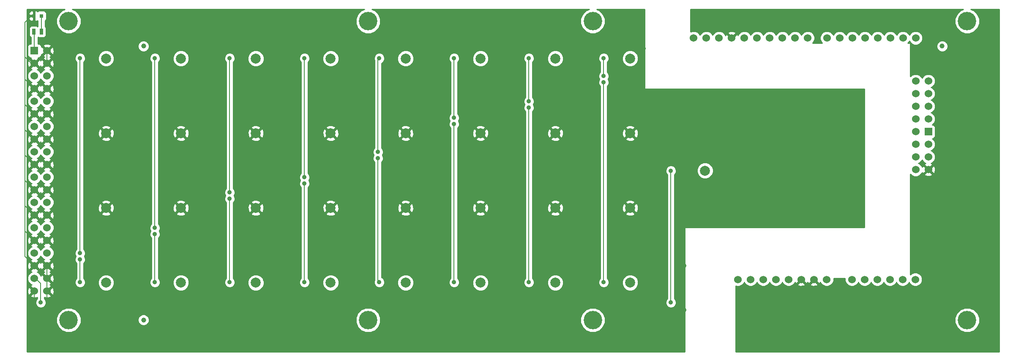
<source format=gtl>
G04 (created by PCBNEW-RS274X (2012-apr-16-27)-stable) date Sun 25 Aug 2013 09:26:46 PM CEST*
G01*
G70*
G90*
%MOIN*%
G04 Gerber Fmt 3.4, Leading zero omitted, Abs format*
%FSLAX34Y34*%
G04 APERTURE LIST*
%ADD10C,0.006000*%
%ADD11C,0.078700*%
%ADD12R,0.025000X0.045000*%
%ADD13R,0.060000X0.060000*%
%ADD14C,0.060000*%
%ADD15C,0.145700*%
%ADD16R,0.031400X0.031400*%
%ADD17C,0.039400*%
%ADD18C,0.035000*%
%ADD19C,0.008000*%
%ADD20C,0.010000*%
G04 APERTURE END LIST*
G54D10*
G54D11*
X62992Y-35433D03*
X62992Y-23622D03*
X57087Y-23622D03*
X51181Y-23622D03*
X45276Y-23622D03*
X39370Y-23622D03*
X33465Y-23622D03*
X27559Y-23622D03*
X21654Y-23622D03*
X21654Y-41339D03*
X57087Y-35433D03*
X51181Y-35433D03*
X45276Y-35433D03*
X39370Y-35433D03*
X33465Y-35433D03*
X27559Y-35433D03*
X21654Y-35433D03*
X21654Y-29528D03*
X68898Y-32480D03*
X62992Y-29528D03*
X57087Y-29528D03*
X51181Y-29528D03*
X45276Y-29528D03*
X39370Y-29528D03*
X33465Y-29528D03*
X27559Y-29528D03*
X62992Y-41339D03*
X57087Y-41339D03*
X51181Y-41339D03*
X45276Y-41339D03*
X39370Y-41339D03*
X33465Y-41339D03*
X27559Y-41339D03*
G54D12*
X15950Y-21500D03*
X16550Y-21500D03*
G54D13*
X16000Y-23000D03*
G54D14*
X17000Y-23000D03*
X16000Y-28000D03*
X17000Y-24000D03*
X16000Y-29000D03*
X17000Y-25000D03*
X16000Y-30000D03*
X17000Y-26000D03*
X16000Y-31000D03*
X17000Y-27000D03*
X16000Y-32000D03*
X17000Y-28000D03*
X16000Y-33000D03*
X17000Y-29000D03*
X16000Y-34000D03*
X17000Y-30000D03*
X16000Y-35000D03*
X17000Y-31000D03*
X16000Y-36000D03*
X17000Y-32000D03*
X16000Y-37000D03*
X17000Y-33000D03*
X16000Y-38000D03*
X17000Y-34000D03*
X17000Y-35000D03*
X16000Y-39000D03*
X17000Y-36000D03*
X17000Y-38000D03*
X17000Y-39000D03*
X17000Y-40000D03*
X17000Y-41000D03*
X16000Y-40000D03*
X16000Y-41000D03*
X16000Y-24000D03*
X16000Y-25000D03*
X16000Y-26000D03*
X16000Y-27000D03*
X16000Y-42000D03*
X17000Y-42000D03*
X17000Y-37000D03*
X71490Y-41080D03*
X72490Y-41080D03*
X73490Y-41080D03*
X74490Y-41080D03*
X75490Y-41080D03*
X76490Y-41080D03*
X77490Y-41080D03*
X78490Y-41080D03*
X80480Y-41080D03*
X81480Y-41080D03*
X82480Y-41080D03*
X83480Y-41080D03*
X84480Y-41080D03*
X85480Y-41080D03*
X85510Y-30400D03*
X85510Y-31400D03*
X85510Y-32400D03*
X86510Y-32400D03*
X86510Y-31400D03*
X86510Y-30400D03*
X85510Y-22000D03*
X84510Y-22000D03*
X83510Y-22000D03*
X82510Y-22000D03*
X81510Y-22000D03*
X80510Y-22000D03*
X79510Y-22000D03*
X78510Y-22000D03*
X77000Y-22000D03*
X76000Y-22000D03*
X75000Y-22000D03*
X74000Y-22000D03*
X73000Y-22000D03*
X72000Y-22000D03*
X71000Y-22000D03*
X70000Y-22000D03*
X69000Y-22000D03*
X68000Y-22000D03*
G54D13*
X86510Y-29400D03*
G54D14*
X85510Y-29400D03*
X86510Y-28400D03*
X85510Y-28400D03*
X86510Y-27400D03*
X85510Y-27400D03*
X86510Y-26400D03*
X85510Y-26400D03*
X86510Y-25400D03*
X85510Y-25400D03*
G54D15*
X18701Y-20669D03*
X18701Y-44291D03*
X60039Y-20669D03*
X60039Y-44291D03*
X89567Y-20669D03*
X89567Y-44291D03*
X42323Y-20669D03*
X42323Y-44291D03*
G54D16*
X16545Y-20250D03*
X15955Y-20250D03*
G54D17*
X24606Y-44291D03*
X24606Y-22638D03*
X87598Y-22638D03*
G54D18*
X16500Y-42900D03*
X66200Y-42900D03*
X66200Y-32500D03*
X19600Y-41300D03*
X19600Y-39500D03*
X19600Y-39000D03*
X19600Y-23600D03*
X25500Y-37500D03*
X25500Y-41300D03*
X25500Y-37000D03*
X25500Y-23600D03*
X31400Y-34700D03*
X31400Y-41300D03*
X31400Y-34200D03*
X31400Y-23600D03*
X37300Y-33500D03*
X37300Y-41300D03*
X37300Y-23600D03*
X37300Y-33000D03*
X43100Y-31500D03*
X43200Y-41300D03*
X43100Y-31000D03*
X43200Y-23600D03*
X49100Y-28800D03*
X49100Y-41300D03*
X49100Y-23600D03*
X49100Y-28300D03*
X55000Y-41300D03*
X55000Y-27500D03*
X55000Y-27000D03*
X55000Y-23600D03*
X60900Y-25500D03*
X60900Y-41300D03*
X60900Y-23600D03*
X60900Y-25000D03*
X23650Y-33850D03*
X23650Y-29525D03*
X23650Y-35433D03*
X17875Y-43400D03*
X23650Y-43425D03*
X53150Y-23000D03*
X23650Y-40000D03*
X59150Y-40000D03*
X29575Y-40000D03*
X64000Y-25975D03*
X64000Y-29525D03*
X59150Y-29528D03*
X41250Y-43400D03*
X59150Y-35450D03*
X64025Y-24650D03*
X64050Y-22825D03*
X67250Y-43500D03*
X35525Y-23000D03*
X64000Y-35500D03*
X59150Y-43450D03*
X29600Y-33850D03*
X35525Y-33850D03*
X29600Y-43425D03*
X29600Y-23000D03*
X64000Y-43400D03*
X67250Y-35500D03*
X64000Y-40000D03*
X17000Y-43400D03*
X72750Y-29500D03*
X53150Y-43400D03*
X59125Y-26000D03*
X47225Y-43400D03*
X23650Y-24650D03*
X35525Y-26000D03*
X23650Y-26000D03*
X59125Y-23000D03*
X53125Y-26000D03*
X47225Y-35450D03*
X35475Y-29525D03*
X41250Y-40000D03*
X47225Y-26050D03*
X53150Y-29550D03*
X53150Y-40000D03*
X35525Y-35475D03*
X41275Y-26000D03*
X53125Y-35433D03*
X23650Y-23000D03*
X47225Y-40000D03*
X17875Y-23000D03*
X47225Y-29575D03*
X41225Y-29575D03*
X41250Y-35450D03*
X47200Y-23000D03*
X41250Y-23000D03*
X35525Y-43400D03*
X35475Y-40000D03*
X67250Y-40000D03*
X67250Y-29500D03*
X29600Y-35425D03*
X29600Y-26025D03*
X16000Y-43400D03*
X29600Y-29528D03*
X72750Y-35500D03*
G54D19*
X16000Y-21550D02*
X15950Y-21500D01*
X16000Y-23000D02*
X16000Y-21550D01*
X66200Y-32500D02*
X66200Y-42900D01*
X16100Y-41000D02*
X16000Y-41000D01*
X16500Y-42900D02*
X16500Y-41400D01*
X16500Y-41400D02*
X16100Y-41000D01*
X19600Y-41300D02*
X19600Y-39500D01*
X19600Y-23600D02*
X19600Y-39000D01*
X25500Y-41300D02*
X25500Y-37500D01*
X25500Y-23600D02*
X25500Y-37000D01*
X31400Y-41300D02*
X31400Y-34700D01*
X31400Y-23600D02*
X31400Y-34200D01*
X37300Y-41300D02*
X37300Y-33500D01*
X37300Y-23600D02*
X37300Y-33000D01*
X43200Y-41300D02*
X43100Y-41200D01*
X43100Y-41200D02*
X43100Y-31500D01*
X43100Y-23700D02*
X43100Y-31000D01*
X43200Y-23600D02*
X43100Y-23700D01*
X49100Y-41300D02*
X49100Y-28800D01*
X49100Y-23600D02*
X49100Y-28300D01*
X55000Y-27500D02*
X55000Y-41300D01*
X55000Y-23600D02*
X55000Y-27000D01*
X60900Y-41300D02*
X60900Y-25500D01*
X60900Y-23600D02*
X60900Y-25000D01*
X23650Y-35433D02*
X23650Y-35425D01*
X23650Y-40000D02*
X23650Y-43425D01*
X59150Y-23025D02*
X59150Y-26000D01*
X59150Y-35450D02*
X59150Y-40000D01*
X17875Y-43400D02*
X17875Y-23000D01*
X23650Y-29525D02*
X23650Y-33850D01*
X15250Y-39250D02*
X16000Y-40000D01*
X15250Y-33250D02*
X16000Y-34000D01*
X15250Y-27250D02*
X16000Y-28000D01*
X15250Y-23500D02*
X15750Y-24000D01*
X15250Y-20750D02*
X15250Y-23500D01*
X23650Y-24650D02*
X23650Y-26000D01*
X64025Y-24650D02*
X64050Y-24625D01*
X64050Y-24625D02*
X64050Y-22825D01*
X15750Y-24000D02*
X16000Y-24000D01*
X59150Y-29525D02*
X59150Y-35450D01*
X29600Y-23000D02*
X29600Y-26025D01*
X29600Y-26025D02*
X29600Y-29525D01*
X29600Y-29525D02*
X29600Y-33850D01*
X29600Y-33850D02*
X29600Y-35425D01*
X64000Y-40000D02*
X64000Y-43400D01*
X23650Y-33850D02*
X23650Y-35425D01*
X35525Y-33850D02*
X35525Y-35475D01*
X59125Y-23000D02*
X59150Y-23025D01*
X59125Y-26000D02*
X59150Y-26000D01*
X35525Y-29525D02*
X35525Y-33850D01*
X15250Y-35250D02*
X16000Y-36000D01*
X64000Y-25975D02*
X64000Y-29525D01*
X64000Y-29525D02*
X64000Y-35500D01*
X35525Y-26000D02*
X35525Y-29525D01*
X72750Y-35500D02*
X72750Y-29500D01*
X15250Y-33250D02*
X15250Y-35250D01*
X15250Y-27250D02*
X15250Y-29250D01*
X64000Y-35500D02*
X64000Y-40000D01*
X35525Y-23000D02*
X35525Y-26000D01*
X15250Y-35250D02*
X15250Y-37250D01*
X59150Y-26000D02*
X59150Y-29525D01*
X64000Y-25975D02*
X64025Y-25950D01*
X53150Y-23000D02*
X53150Y-26000D01*
X23650Y-35425D02*
X23650Y-40000D01*
X59150Y-40000D02*
X59150Y-43450D01*
X53150Y-40000D02*
X53150Y-43400D01*
X53150Y-35425D02*
X53150Y-40000D01*
X53150Y-29550D02*
X53150Y-35425D01*
X53150Y-26000D02*
X53150Y-29550D01*
X16000Y-42000D02*
X16000Y-43400D01*
X47225Y-40000D02*
X47225Y-43400D01*
X47225Y-35450D02*
X47225Y-40000D01*
X47225Y-29575D02*
X47225Y-35450D01*
X47225Y-26050D02*
X47225Y-29575D01*
X47225Y-23025D02*
X47225Y-26050D01*
X23650Y-26000D02*
X23650Y-29525D01*
X15250Y-25250D02*
X15250Y-27250D01*
X67250Y-35500D02*
X67250Y-29500D01*
X17000Y-41000D02*
X17000Y-42000D01*
X15250Y-37250D02*
X15250Y-39250D01*
X29575Y-40000D02*
X29600Y-40000D01*
X41250Y-35450D02*
X41250Y-29575D01*
X53125Y-26000D02*
X53150Y-26000D01*
X53133Y-35425D02*
X53150Y-35425D01*
X17000Y-23000D02*
X17000Y-24000D01*
X53125Y-35433D02*
X53133Y-35425D01*
X15250Y-31250D02*
X15250Y-33250D01*
X23650Y-23000D02*
X23650Y-24650D01*
X41275Y-26000D02*
X41250Y-26000D01*
X59150Y-29528D02*
X59150Y-29525D01*
X41225Y-29575D02*
X41250Y-29575D01*
X41250Y-26000D02*
X41250Y-23000D01*
X29600Y-40000D02*
X29600Y-43425D01*
X29600Y-35425D02*
X29600Y-40000D01*
X47200Y-23000D02*
X47225Y-23025D01*
X35525Y-40000D02*
X35525Y-43400D01*
X35525Y-35475D02*
X35525Y-40000D01*
X15250Y-23500D02*
X15250Y-25250D01*
X35525Y-40000D02*
X35475Y-40000D01*
X15955Y-20250D02*
X15750Y-20250D01*
X35525Y-29525D02*
X35475Y-29525D01*
X15750Y-20250D02*
X15250Y-20750D01*
X15250Y-37250D02*
X16000Y-38000D01*
X17000Y-43400D02*
X17000Y-42000D01*
X67250Y-40000D02*
X67250Y-43500D01*
X29600Y-29528D02*
X29600Y-29525D01*
X41250Y-43400D02*
X41250Y-40000D01*
X15250Y-25250D02*
X16000Y-26000D01*
X67250Y-40000D02*
X67250Y-35500D01*
X15250Y-29250D02*
X16000Y-30000D01*
X15250Y-31250D02*
X16000Y-32000D01*
X15250Y-29250D02*
X15250Y-31250D01*
X17000Y-40000D02*
X17000Y-41000D01*
X41250Y-29575D02*
X41250Y-26000D01*
X64025Y-25950D02*
X64025Y-24650D01*
X41250Y-40000D02*
X41250Y-35450D01*
X16550Y-21500D02*
X16550Y-20255D01*
X16550Y-20255D02*
X16545Y-20250D01*
G54D10*
G36*
X81446Y-36958D02*
X69541Y-36958D01*
X69541Y-32609D01*
X69541Y-32353D01*
X69443Y-32117D01*
X69263Y-31936D01*
X69027Y-31837D01*
X68771Y-31837D01*
X68535Y-31935D01*
X68354Y-32115D01*
X68255Y-32351D01*
X68255Y-32607D01*
X68353Y-32843D01*
X68533Y-33024D01*
X68769Y-33123D01*
X69025Y-33123D01*
X69261Y-33025D01*
X69442Y-32845D01*
X69541Y-32609D01*
X69541Y-36958D01*
X67273Y-36958D01*
X67273Y-46800D01*
X66625Y-46800D01*
X66625Y-42985D01*
X66625Y-42816D01*
X66561Y-42660D01*
X66490Y-42589D01*
X66490Y-32811D01*
X66560Y-32741D01*
X66625Y-32585D01*
X66625Y-32416D01*
X66561Y-32260D01*
X66441Y-32140D01*
X66285Y-32075D01*
X66116Y-32075D01*
X65960Y-32139D01*
X65840Y-32259D01*
X65775Y-32415D01*
X65775Y-32584D01*
X65839Y-32740D01*
X65910Y-32811D01*
X65910Y-42589D01*
X65840Y-42659D01*
X65775Y-42815D01*
X65775Y-42984D01*
X65839Y-43140D01*
X65959Y-43260D01*
X66115Y-43325D01*
X66284Y-43325D01*
X66440Y-43261D01*
X66560Y-43141D01*
X66625Y-42985D01*
X66625Y-46800D01*
X63635Y-46800D01*
X63635Y-41468D01*
X63635Y-41212D01*
X63635Y-23751D01*
X63635Y-23495D01*
X63537Y-23259D01*
X63357Y-23078D01*
X63121Y-22979D01*
X62865Y-22979D01*
X62629Y-23077D01*
X62448Y-23257D01*
X62349Y-23493D01*
X62349Y-23749D01*
X62447Y-23985D01*
X62627Y-24166D01*
X62863Y-24265D01*
X63119Y-24265D01*
X63355Y-24167D01*
X63536Y-23987D01*
X63635Y-23751D01*
X63635Y-41212D01*
X63627Y-41192D01*
X63627Y-35533D01*
X63627Y-29628D01*
X63617Y-29378D01*
X63540Y-29192D01*
X63436Y-29155D01*
X63365Y-29226D01*
X63365Y-29084D01*
X63328Y-28980D01*
X63092Y-28893D01*
X62842Y-28903D01*
X62656Y-28980D01*
X62619Y-29084D01*
X62992Y-29457D01*
X63365Y-29084D01*
X63365Y-29226D01*
X63063Y-29528D01*
X63436Y-29901D01*
X63540Y-29864D01*
X63627Y-29628D01*
X63627Y-35533D01*
X63617Y-35283D01*
X63540Y-35097D01*
X63436Y-35060D01*
X63365Y-35131D01*
X63365Y-34989D01*
X63365Y-29972D01*
X62992Y-29599D01*
X62921Y-29670D01*
X62921Y-29528D01*
X62548Y-29155D01*
X62444Y-29192D01*
X62357Y-29428D01*
X62367Y-29678D01*
X62444Y-29864D01*
X62548Y-29901D01*
X62921Y-29528D01*
X62921Y-29670D01*
X62619Y-29972D01*
X62656Y-30076D01*
X62892Y-30163D01*
X63142Y-30153D01*
X63328Y-30076D01*
X63365Y-29972D01*
X63365Y-34989D01*
X63328Y-34885D01*
X63092Y-34798D01*
X62842Y-34808D01*
X62656Y-34885D01*
X62619Y-34989D01*
X62992Y-35362D01*
X63365Y-34989D01*
X63365Y-35131D01*
X63063Y-35433D01*
X63436Y-35806D01*
X63540Y-35769D01*
X63627Y-35533D01*
X63627Y-41192D01*
X63537Y-40976D01*
X63365Y-40803D01*
X63365Y-35877D01*
X62992Y-35504D01*
X62921Y-35575D01*
X62921Y-35433D01*
X62548Y-35060D01*
X62444Y-35097D01*
X62357Y-35333D01*
X62367Y-35583D01*
X62444Y-35769D01*
X62548Y-35806D01*
X62921Y-35433D01*
X62921Y-35575D01*
X62619Y-35877D01*
X62656Y-35981D01*
X62892Y-36068D01*
X63142Y-36058D01*
X63328Y-35981D01*
X63365Y-35877D01*
X63365Y-40803D01*
X63357Y-40795D01*
X63121Y-40696D01*
X62865Y-40696D01*
X62629Y-40794D01*
X62448Y-40974D01*
X62349Y-41210D01*
X62349Y-41466D01*
X62447Y-41702D01*
X62627Y-41883D01*
X62863Y-41982D01*
X63119Y-41982D01*
X63355Y-41884D01*
X63536Y-41704D01*
X63635Y-41468D01*
X63635Y-46800D01*
X61325Y-46800D01*
X61325Y-41385D01*
X61325Y-41216D01*
X61261Y-41060D01*
X61190Y-40989D01*
X61190Y-25811D01*
X61260Y-25741D01*
X61325Y-25585D01*
X61325Y-25416D01*
X61261Y-25260D01*
X61251Y-25250D01*
X61260Y-25241D01*
X61325Y-25085D01*
X61325Y-24916D01*
X61261Y-24760D01*
X61190Y-24689D01*
X61190Y-23911D01*
X61260Y-23841D01*
X61325Y-23685D01*
X61325Y-23516D01*
X61261Y-23360D01*
X61141Y-23240D01*
X60985Y-23175D01*
X60816Y-23175D01*
X60660Y-23239D01*
X60540Y-23359D01*
X60475Y-23515D01*
X60475Y-23684D01*
X60539Y-23840D01*
X60610Y-23911D01*
X60610Y-24689D01*
X60540Y-24759D01*
X60475Y-24915D01*
X60475Y-25084D01*
X60539Y-25240D01*
X60549Y-25250D01*
X60540Y-25259D01*
X60475Y-25415D01*
X60475Y-25584D01*
X60539Y-25740D01*
X60610Y-25811D01*
X60610Y-40989D01*
X60540Y-41059D01*
X60475Y-41215D01*
X60475Y-41384D01*
X60539Y-41540D01*
X60659Y-41660D01*
X60815Y-41725D01*
X60984Y-41725D01*
X61140Y-41661D01*
X61260Y-41541D01*
X61325Y-41385D01*
X61325Y-46800D01*
X61017Y-46800D01*
X61017Y-44486D01*
X61017Y-44097D01*
X60868Y-43738D01*
X60593Y-43462D01*
X60234Y-43313D01*
X59845Y-43313D01*
X59486Y-43462D01*
X59210Y-43737D01*
X59061Y-44096D01*
X59061Y-44485D01*
X59210Y-44844D01*
X59485Y-45120D01*
X59844Y-45269D01*
X60233Y-45269D01*
X60592Y-45120D01*
X60868Y-44845D01*
X61017Y-44486D01*
X61017Y-46800D01*
X57730Y-46800D01*
X57730Y-41468D01*
X57730Y-41212D01*
X57730Y-23751D01*
X57730Y-23495D01*
X57632Y-23259D01*
X57452Y-23078D01*
X57216Y-22979D01*
X56960Y-22979D01*
X56724Y-23077D01*
X56543Y-23257D01*
X56444Y-23493D01*
X56444Y-23749D01*
X56542Y-23985D01*
X56722Y-24166D01*
X56958Y-24265D01*
X57214Y-24265D01*
X57450Y-24167D01*
X57631Y-23987D01*
X57730Y-23751D01*
X57730Y-41212D01*
X57722Y-41192D01*
X57722Y-35533D01*
X57722Y-29628D01*
X57712Y-29378D01*
X57635Y-29192D01*
X57531Y-29155D01*
X57460Y-29226D01*
X57460Y-29084D01*
X57423Y-28980D01*
X57187Y-28893D01*
X56937Y-28903D01*
X56751Y-28980D01*
X56714Y-29084D01*
X57087Y-29457D01*
X57460Y-29084D01*
X57460Y-29226D01*
X57158Y-29528D01*
X57531Y-29901D01*
X57635Y-29864D01*
X57722Y-29628D01*
X57722Y-35533D01*
X57712Y-35283D01*
X57635Y-35097D01*
X57531Y-35060D01*
X57460Y-35131D01*
X57460Y-34989D01*
X57460Y-29972D01*
X57087Y-29599D01*
X57016Y-29670D01*
X57016Y-29528D01*
X56643Y-29155D01*
X56539Y-29192D01*
X56452Y-29428D01*
X56462Y-29678D01*
X56539Y-29864D01*
X56643Y-29901D01*
X57016Y-29528D01*
X57016Y-29670D01*
X56714Y-29972D01*
X56751Y-30076D01*
X56987Y-30163D01*
X57237Y-30153D01*
X57423Y-30076D01*
X57460Y-29972D01*
X57460Y-34989D01*
X57423Y-34885D01*
X57187Y-34798D01*
X56937Y-34808D01*
X56751Y-34885D01*
X56714Y-34989D01*
X57087Y-35362D01*
X57460Y-34989D01*
X57460Y-35131D01*
X57158Y-35433D01*
X57531Y-35806D01*
X57635Y-35769D01*
X57722Y-35533D01*
X57722Y-41192D01*
X57632Y-40976D01*
X57460Y-40803D01*
X57460Y-35877D01*
X57087Y-35504D01*
X57016Y-35575D01*
X57016Y-35433D01*
X56643Y-35060D01*
X56539Y-35097D01*
X56452Y-35333D01*
X56462Y-35583D01*
X56539Y-35769D01*
X56643Y-35806D01*
X57016Y-35433D01*
X57016Y-35575D01*
X56714Y-35877D01*
X56751Y-35981D01*
X56987Y-36068D01*
X57237Y-36058D01*
X57423Y-35981D01*
X57460Y-35877D01*
X57460Y-40803D01*
X57452Y-40795D01*
X57216Y-40696D01*
X56960Y-40696D01*
X56724Y-40794D01*
X56543Y-40974D01*
X56444Y-41210D01*
X56444Y-41466D01*
X56542Y-41702D01*
X56722Y-41883D01*
X56958Y-41982D01*
X57214Y-41982D01*
X57450Y-41884D01*
X57631Y-41704D01*
X57730Y-41468D01*
X57730Y-46800D01*
X55425Y-46800D01*
X55425Y-41385D01*
X55425Y-41216D01*
X55361Y-41060D01*
X55290Y-40989D01*
X55290Y-27811D01*
X55360Y-27741D01*
X55425Y-27585D01*
X55425Y-27416D01*
X55361Y-27260D01*
X55351Y-27250D01*
X55360Y-27241D01*
X55425Y-27085D01*
X55425Y-26916D01*
X55361Y-26760D01*
X55290Y-26689D01*
X55290Y-23911D01*
X55360Y-23841D01*
X55425Y-23685D01*
X55425Y-23516D01*
X55361Y-23360D01*
X55241Y-23240D01*
X55085Y-23175D01*
X54916Y-23175D01*
X54760Y-23239D01*
X54640Y-23359D01*
X54575Y-23515D01*
X54575Y-23684D01*
X54639Y-23840D01*
X54710Y-23911D01*
X54710Y-26689D01*
X54640Y-26759D01*
X54575Y-26915D01*
X54575Y-27084D01*
X54639Y-27240D01*
X54649Y-27250D01*
X54640Y-27259D01*
X54575Y-27415D01*
X54575Y-27584D01*
X54639Y-27740D01*
X54710Y-27811D01*
X54710Y-40989D01*
X54640Y-41059D01*
X54575Y-41215D01*
X54575Y-41384D01*
X54639Y-41540D01*
X54759Y-41660D01*
X54915Y-41725D01*
X55084Y-41725D01*
X55240Y-41661D01*
X55360Y-41541D01*
X55425Y-41385D01*
X55425Y-46800D01*
X51824Y-46800D01*
X51824Y-41468D01*
X51824Y-41212D01*
X51824Y-23751D01*
X51824Y-23495D01*
X51726Y-23259D01*
X51546Y-23078D01*
X51310Y-22979D01*
X51054Y-22979D01*
X50818Y-23077D01*
X50637Y-23257D01*
X50538Y-23493D01*
X50538Y-23749D01*
X50636Y-23985D01*
X50816Y-24166D01*
X51052Y-24265D01*
X51308Y-24265D01*
X51544Y-24167D01*
X51725Y-23987D01*
X51824Y-23751D01*
X51824Y-41212D01*
X51816Y-41192D01*
X51816Y-35533D01*
X51816Y-29628D01*
X51806Y-29378D01*
X51729Y-29192D01*
X51625Y-29155D01*
X51554Y-29226D01*
X51554Y-29084D01*
X51517Y-28980D01*
X51281Y-28893D01*
X51031Y-28903D01*
X50845Y-28980D01*
X50808Y-29084D01*
X51181Y-29457D01*
X51554Y-29084D01*
X51554Y-29226D01*
X51252Y-29528D01*
X51625Y-29901D01*
X51729Y-29864D01*
X51816Y-29628D01*
X51816Y-35533D01*
X51806Y-35283D01*
X51729Y-35097D01*
X51625Y-35060D01*
X51554Y-35131D01*
X51554Y-34989D01*
X51554Y-29972D01*
X51181Y-29599D01*
X51110Y-29670D01*
X51110Y-29528D01*
X50737Y-29155D01*
X50633Y-29192D01*
X50546Y-29428D01*
X50556Y-29678D01*
X50633Y-29864D01*
X50737Y-29901D01*
X51110Y-29528D01*
X51110Y-29670D01*
X50808Y-29972D01*
X50845Y-30076D01*
X51081Y-30163D01*
X51331Y-30153D01*
X51517Y-30076D01*
X51554Y-29972D01*
X51554Y-34989D01*
X51517Y-34885D01*
X51281Y-34798D01*
X51031Y-34808D01*
X50845Y-34885D01*
X50808Y-34989D01*
X51181Y-35362D01*
X51554Y-34989D01*
X51554Y-35131D01*
X51252Y-35433D01*
X51625Y-35806D01*
X51729Y-35769D01*
X51816Y-35533D01*
X51816Y-41192D01*
X51726Y-40976D01*
X51554Y-40803D01*
X51554Y-35877D01*
X51181Y-35504D01*
X51110Y-35575D01*
X51110Y-35433D01*
X50737Y-35060D01*
X50633Y-35097D01*
X50546Y-35333D01*
X50556Y-35583D01*
X50633Y-35769D01*
X50737Y-35806D01*
X51110Y-35433D01*
X51110Y-35575D01*
X50808Y-35877D01*
X50845Y-35981D01*
X51081Y-36068D01*
X51331Y-36058D01*
X51517Y-35981D01*
X51554Y-35877D01*
X51554Y-40803D01*
X51546Y-40795D01*
X51310Y-40696D01*
X51054Y-40696D01*
X50818Y-40794D01*
X50637Y-40974D01*
X50538Y-41210D01*
X50538Y-41466D01*
X50636Y-41702D01*
X50816Y-41883D01*
X51052Y-41982D01*
X51308Y-41982D01*
X51544Y-41884D01*
X51725Y-41704D01*
X51824Y-41468D01*
X51824Y-46800D01*
X49525Y-46800D01*
X49525Y-41385D01*
X49525Y-41216D01*
X49461Y-41060D01*
X49390Y-40989D01*
X49390Y-29111D01*
X49460Y-29041D01*
X49525Y-28885D01*
X49525Y-28716D01*
X49461Y-28560D01*
X49451Y-28550D01*
X49460Y-28541D01*
X49525Y-28385D01*
X49525Y-28216D01*
X49461Y-28060D01*
X49390Y-27989D01*
X49390Y-23911D01*
X49460Y-23841D01*
X49525Y-23685D01*
X49525Y-23516D01*
X49461Y-23360D01*
X49341Y-23240D01*
X49185Y-23175D01*
X49016Y-23175D01*
X48860Y-23239D01*
X48740Y-23359D01*
X48675Y-23515D01*
X48675Y-23684D01*
X48739Y-23840D01*
X48810Y-23911D01*
X48810Y-27989D01*
X48740Y-28059D01*
X48675Y-28215D01*
X48675Y-28384D01*
X48739Y-28540D01*
X48749Y-28550D01*
X48740Y-28559D01*
X48675Y-28715D01*
X48675Y-28884D01*
X48739Y-29040D01*
X48810Y-29111D01*
X48810Y-40989D01*
X48740Y-41059D01*
X48675Y-41215D01*
X48675Y-41384D01*
X48739Y-41540D01*
X48859Y-41660D01*
X49015Y-41725D01*
X49184Y-41725D01*
X49340Y-41661D01*
X49460Y-41541D01*
X49525Y-41385D01*
X49525Y-46800D01*
X45919Y-46800D01*
X45919Y-41468D01*
X45919Y-41212D01*
X45919Y-23751D01*
X45919Y-23495D01*
X45821Y-23259D01*
X45641Y-23078D01*
X45405Y-22979D01*
X45149Y-22979D01*
X44913Y-23077D01*
X44732Y-23257D01*
X44633Y-23493D01*
X44633Y-23749D01*
X44731Y-23985D01*
X44911Y-24166D01*
X45147Y-24265D01*
X45403Y-24265D01*
X45639Y-24167D01*
X45820Y-23987D01*
X45919Y-23751D01*
X45919Y-41212D01*
X45911Y-41192D01*
X45911Y-35533D01*
X45911Y-29628D01*
X45901Y-29378D01*
X45824Y-29192D01*
X45720Y-29155D01*
X45649Y-29226D01*
X45649Y-29084D01*
X45612Y-28980D01*
X45376Y-28893D01*
X45126Y-28903D01*
X44940Y-28980D01*
X44903Y-29084D01*
X45276Y-29457D01*
X45649Y-29084D01*
X45649Y-29226D01*
X45347Y-29528D01*
X45720Y-29901D01*
X45824Y-29864D01*
X45911Y-29628D01*
X45911Y-35533D01*
X45901Y-35283D01*
X45824Y-35097D01*
X45720Y-35060D01*
X45649Y-35131D01*
X45649Y-34989D01*
X45649Y-29972D01*
X45276Y-29599D01*
X45205Y-29670D01*
X45205Y-29528D01*
X44832Y-29155D01*
X44728Y-29192D01*
X44641Y-29428D01*
X44651Y-29678D01*
X44728Y-29864D01*
X44832Y-29901D01*
X45205Y-29528D01*
X45205Y-29670D01*
X44903Y-29972D01*
X44940Y-30076D01*
X45176Y-30163D01*
X45426Y-30153D01*
X45612Y-30076D01*
X45649Y-29972D01*
X45649Y-34989D01*
X45612Y-34885D01*
X45376Y-34798D01*
X45126Y-34808D01*
X44940Y-34885D01*
X44903Y-34989D01*
X45276Y-35362D01*
X45649Y-34989D01*
X45649Y-35131D01*
X45347Y-35433D01*
X45720Y-35806D01*
X45824Y-35769D01*
X45911Y-35533D01*
X45911Y-41192D01*
X45821Y-40976D01*
X45649Y-40803D01*
X45649Y-35877D01*
X45276Y-35504D01*
X45205Y-35575D01*
X45205Y-35433D01*
X44832Y-35060D01*
X44728Y-35097D01*
X44641Y-35333D01*
X44651Y-35583D01*
X44728Y-35769D01*
X44832Y-35806D01*
X45205Y-35433D01*
X45205Y-35575D01*
X44903Y-35877D01*
X44940Y-35981D01*
X45176Y-36068D01*
X45426Y-36058D01*
X45612Y-35981D01*
X45649Y-35877D01*
X45649Y-40803D01*
X45641Y-40795D01*
X45405Y-40696D01*
X45149Y-40696D01*
X44913Y-40794D01*
X44732Y-40974D01*
X44633Y-41210D01*
X44633Y-41466D01*
X44731Y-41702D01*
X44911Y-41883D01*
X45147Y-41982D01*
X45403Y-41982D01*
X45639Y-41884D01*
X45820Y-41704D01*
X45919Y-41468D01*
X45919Y-46800D01*
X43625Y-46800D01*
X43625Y-41385D01*
X43625Y-41216D01*
X43561Y-41060D01*
X43441Y-40940D01*
X43390Y-40918D01*
X43390Y-31811D01*
X43460Y-31741D01*
X43525Y-31585D01*
X43525Y-31416D01*
X43461Y-31260D01*
X43451Y-31250D01*
X43460Y-31241D01*
X43525Y-31085D01*
X43525Y-30916D01*
X43461Y-30760D01*
X43390Y-30689D01*
X43390Y-23981D01*
X43440Y-23961D01*
X43560Y-23841D01*
X43625Y-23685D01*
X43625Y-23516D01*
X43561Y-23360D01*
X43441Y-23240D01*
X43285Y-23175D01*
X43116Y-23175D01*
X42960Y-23239D01*
X42840Y-23359D01*
X42775Y-23515D01*
X42775Y-23684D01*
X42810Y-23769D01*
X42810Y-30689D01*
X42740Y-30759D01*
X42675Y-30915D01*
X42675Y-31084D01*
X42739Y-31240D01*
X42749Y-31250D01*
X42740Y-31259D01*
X42675Y-31415D01*
X42675Y-31584D01*
X42739Y-31740D01*
X42810Y-31811D01*
X42810Y-41131D01*
X42775Y-41215D01*
X42775Y-41384D01*
X42839Y-41540D01*
X42959Y-41660D01*
X43115Y-41725D01*
X43284Y-41725D01*
X43440Y-41661D01*
X43560Y-41541D01*
X43625Y-41385D01*
X43625Y-46800D01*
X43301Y-46800D01*
X43301Y-44486D01*
X43301Y-44097D01*
X43152Y-43738D01*
X42877Y-43462D01*
X42518Y-43313D01*
X42129Y-43313D01*
X41770Y-43462D01*
X41494Y-43737D01*
X41345Y-44096D01*
X41345Y-44485D01*
X41494Y-44844D01*
X41769Y-45120D01*
X42128Y-45269D01*
X42517Y-45269D01*
X42876Y-45120D01*
X43152Y-44845D01*
X43301Y-44486D01*
X43301Y-46800D01*
X40013Y-46800D01*
X40013Y-41468D01*
X40013Y-41212D01*
X40013Y-23751D01*
X40013Y-23495D01*
X39915Y-23259D01*
X39735Y-23078D01*
X39499Y-22979D01*
X39243Y-22979D01*
X39007Y-23077D01*
X38826Y-23257D01*
X38727Y-23493D01*
X38727Y-23749D01*
X38825Y-23985D01*
X39005Y-24166D01*
X39241Y-24265D01*
X39497Y-24265D01*
X39733Y-24167D01*
X39914Y-23987D01*
X40013Y-23751D01*
X40013Y-41212D01*
X40005Y-41192D01*
X40005Y-35533D01*
X40005Y-29628D01*
X39995Y-29378D01*
X39918Y-29192D01*
X39814Y-29155D01*
X39743Y-29226D01*
X39743Y-29084D01*
X39706Y-28980D01*
X39470Y-28893D01*
X39220Y-28903D01*
X39034Y-28980D01*
X38997Y-29084D01*
X39370Y-29457D01*
X39743Y-29084D01*
X39743Y-29226D01*
X39441Y-29528D01*
X39814Y-29901D01*
X39918Y-29864D01*
X40005Y-29628D01*
X40005Y-35533D01*
X39995Y-35283D01*
X39918Y-35097D01*
X39814Y-35060D01*
X39743Y-35131D01*
X39743Y-34989D01*
X39743Y-29972D01*
X39370Y-29599D01*
X39299Y-29670D01*
X39299Y-29528D01*
X38926Y-29155D01*
X38822Y-29192D01*
X38735Y-29428D01*
X38745Y-29678D01*
X38822Y-29864D01*
X38926Y-29901D01*
X39299Y-29528D01*
X39299Y-29670D01*
X38997Y-29972D01*
X39034Y-30076D01*
X39270Y-30163D01*
X39520Y-30153D01*
X39706Y-30076D01*
X39743Y-29972D01*
X39743Y-34989D01*
X39706Y-34885D01*
X39470Y-34798D01*
X39220Y-34808D01*
X39034Y-34885D01*
X38997Y-34989D01*
X39370Y-35362D01*
X39743Y-34989D01*
X39743Y-35131D01*
X39441Y-35433D01*
X39814Y-35806D01*
X39918Y-35769D01*
X40005Y-35533D01*
X40005Y-41192D01*
X39915Y-40976D01*
X39743Y-40803D01*
X39743Y-35877D01*
X39370Y-35504D01*
X39299Y-35575D01*
X39299Y-35433D01*
X38926Y-35060D01*
X38822Y-35097D01*
X38735Y-35333D01*
X38745Y-35583D01*
X38822Y-35769D01*
X38926Y-35806D01*
X39299Y-35433D01*
X39299Y-35575D01*
X38997Y-35877D01*
X39034Y-35981D01*
X39270Y-36068D01*
X39520Y-36058D01*
X39706Y-35981D01*
X39743Y-35877D01*
X39743Y-40803D01*
X39735Y-40795D01*
X39499Y-40696D01*
X39243Y-40696D01*
X39007Y-40794D01*
X38826Y-40974D01*
X38727Y-41210D01*
X38727Y-41466D01*
X38825Y-41702D01*
X39005Y-41883D01*
X39241Y-41982D01*
X39497Y-41982D01*
X39733Y-41884D01*
X39914Y-41704D01*
X40013Y-41468D01*
X40013Y-46800D01*
X37725Y-46800D01*
X37725Y-41385D01*
X37725Y-41216D01*
X37661Y-41060D01*
X37590Y-40989D01*
X37590Y-33811D01*
X37660Y-33741D01*
X37725Y-33585D01*
X37725Y-33416D01*
X37661Y-33260D01*
X37651Y-33250D01*
X37660Y-33241D01*
X37725Y-33085D01*
X37725Y-32916D01*
X37661Y-32760D01*
X37590Y-32689D01*
X37590Y-23911D01*
X37660Y-23841D01*
X37725Y-23685D01*
X37725Y-23516D01*
X37661Y-23360D01*
X37541Y-23240D01*
X37385Y-23175D01*
X37216Y-23175D01*
X37060Y-23239D01*
X36940Y-23359D01*
X36875Y-23515D01*
X36875Y-23684D01*
X36939Y-23840D01*
X37010Y-23911D01*
X37010Y-32689D01*
X36940Y-32759D01*
X36875Y-32915D01*
X36875Y-33084D01*
X36939Y-33240D01*
X36949Y-33250D01*
X36940Y-33259D01*
X36875Y-33415D01*
X36875Y-33584D01*
X36939Y-33740D01*
X37010Y-33811D01*
X37010Y-40989D01*
X36940Y-41059D01*
X36875Y-41215D01*
X36875Y-41384D01*
X36939Y-41540D01*
X37059Y-41660D01*
X37215Y-41725D01*
X37384Y-41725D01*
X37540Y-41661D01*
X37660Y-41541D01*
X37725Y-41385D01*
X37725Y-46800D01*
X34108Y-46800D01*
X34108Y-41468D01*
X34108Y-41212D01*
X34108Y-23751D01*
X34108Y-23495D01*
X34010Y-23259D01*
X33830Y-23078D01*
X33594Y-22979D01*
X33338Y-22979D01*
X33102Y-23077D01*
X32921Y-23257D01*
X32822Y-23493D01*
X32822Y-23749D01*
X32920Y-23985D01*
X33100Y-24166D01*
X33336Y-24265D01*
X33592Y-24265D01*
X33828Y-24167D01*
X34009Y-23987D01*
X34108Y-23751D01*
X34108Y-41212D01*
X34100Y-41192D01*
X34100Y-35533D01*
X34100Y-29628D01*
X34090Y-29378D01*
X34013Y-29192D01*
X33909Y-29155D01*
X33838Y-29226D01*
X33838Y-29084D01*
X33801Y-28980D01*
X33565Y-28893D01*
X33315Y-28903D01*
X33129Y-28980D01*
X33092Y-29084D01*
X33465Y-29457D01*
X33838Y-29084D01*
X33838Y-29226D01*
X33536Y-29528D01*
X33909Y-29901D01*
X34013Y-29864D01*
X34100Y-29628D01*
X34100Y-35533D01*
X34090Y-35283D01*
X34013Y-35097D01*
X33909Y-35060D01*
X33838Y-35131D01*
X33838Y-34989D01*
X33838Y-29972D01*
X33465Y-29599D01*
X33394Y-29670D01*
X33394Y-29528D01*
X33021Y-29155D01*
X32917Y-29192D01*
X32830Y-29428D01*
X32840Y-29678D01*
X32917Y-29864D01*
X33021Y-29901D01*
X33394Y-29528D01*
X33394Y-29670D01*
X33092Y-29972D01*
X33129Y-30076D01*
X33365Y-30163D01*
X33615Y-30153D01*
X33801Y-30076D01*
X33838Y-29972D01*
X33838Y-34989D01*
X33801Y-34885D01*
X33565Y-34798D01*
X33315Y-34808D01*
X33129Y-34885D01*
X33092Y-34989D01*
X33465Y-35362D01*
X33838Y-34989D01*
X33838Y-35131D01*
X33536Y-35433D01*
X33909Y-35806D01*
X34013Y-35769D01*
X34100Y-35533D01*
X34100Y-41192D01*
X34010Y-40976D01*
X33838Y-40803D01*
X33838Y-35877D01*
X33465Y-35504D01*
X33394Y-35575D01*
X33394Y-35433D01*
X33021Y-35060D01*
X32917Y-35097D01*
X32830Y-35333D01*
X32840Y-35583D01*
X32917Y-35769D01*
X33021Y-35806D01*
X33394Y-35433D01*
X33394Y-35575D01*
X33092Y-35877D01*
X33129Y-35981D01*
X33365Y-36068D01*
X33615Y-36058D01*
X33801Y-35981D01*
X33838Y-35877D01*
X33838Y-40803D01*
X33830Y-40795D01*
X33594Y-40696D01*
X33338Y-40696D01*
X33102Y-40794D01*
X32921Y-40974D01*
X32822Y-41210D01*
X32822Y-41466D01*
X32920Y-41702D01*
X33100Y-41883D01*
X33336Y-41982D01*
X33592Y-41982D01*
X33828Y-41884D01*
X34009Y-41704D01*
X34108Y-41468D01*
X34108Y-46800D01*
X31825Y-46800D01*
X31825Y-41385D01*
X31825Y-41216D01*
X31761Y-41060D01*
X31690Y-40989D01*
X31690Y-35011D01*
X31760Y-34941D01*
X31825Y-34785D01*
X31825Y-34616D01*
X31761Y-34460D01*
X31751Y-34450D01*
X31760Y-34441D01*
X31825Y-34285D01*
X31825Y-34116D01*
X31761Y-33960D01*
X31690Y-33889D01*
X31690Y-23911D01*
X31760Y-23841D01*
X31825Y-23685D01*
X31825Y-23516D01*
X31761Y-23360D01*
X31641Y-23240D01*
X31485Y-23175D01*
X31316Y-23175D01*
X31160Y-23239D01*
X31040Y-23359D01*
X30975Y-23515D01*
X30975Y-23684D01*
X31039Y-23840D01*
X31110Y-23911D01*
X31110Y-33889D01*
X31040Y-33959D01*
X30975Y-34115D01*
X30975Y-34284D01*
X31039Y-34440D01*
X31049Y-34450D01*
X31040Y-34459D01*
X30975Y-34615D01*
X30975Y-34784D01*
X31039Y-34940D01*
X31110Y-35011D01*
X31110Y-40989D01*
X31040Y-41059D01*
X30975Y-41215D01*
X30975Y-41384D01*
X31039Y-41540D01*
X31159Y-41660D01*
X31315Y-41725D01*
X31484Y-41725D01*
X31640Y-41661D01*
X31760Y-41541D01*
X31825Y-41385D01*
X31825Y-46800D01*
X28202Y-46800D01*
X28202Y-41468D01*
X28202Y-41212D01*
X28202Y-23751D01*
X28202Y-23495D01*
X28104Y-23259D01*
X27924Y-23078D01*
X27688Y-22979D01*
X27432Y-22979D01*
X27196Y-23077D01*
X27015Y-23257D01*
X26916Y-23493D01*
X26916Y-23749D01*
X27014Y-23985D01*
X27194Y-24166D01*
X27430Y-24265D01*
X27686Y-24265D01*
X27922Y-24167D01*
X28103Y-23987D01*
X28202Y-23751D01*
X28202Y-41212D01*
X28194Y-41192D01*
X28194Y-35533D01*
X28194Y-29628D01*
X28184Y-29378D01*
X28107Y-29192D01*
X28003Y-29155D01*
X27932Y-29226D01*
X27932Y-29084D01*
X27895Y-28980D01*
X27659Y-28893D01*
X27409Y-28903D01*
X27223Y-28980D01*
X27186Y-29084D01*
X27559Y-29457D01*
X27932Y-29084D01*
X27932Y-29226D01*
X27630Y-29528D01*
X28003Y-29901D01*
X28107Y-29864D01*
X28194Y-29628D01*
X28194Y-35533D01*
X28184Y-35283D01*
X28107Y-35097D01*
X28003Y-35060D01*
X27932Y-35131D01*
X27932Y-34989D01*
X27932Y-29972D01*
X27559Y-29599D01*
X27488Y-29670D01*
X27488Y-29528D01*
X27115Y-29155D01*
X27011Y-29192D01*
X26924Y-29428D01*
X26934Y-29678D01*
X27011Y-29864D01*
X27115Y-29901D01*
X27488Y-29528D01*
X27488Y-29670D01*
X27186Y-29972D01*
X27223Y-30076D01*
X27459Y-30163D01*
X27709Y-30153D01*
X27895Y-30076D01*
X27932Y-29972D01*
X27932Y-34989D01*
X27895Y-34885D01*
X27659Y-34798D01*
X27409Y-34808D01*
X27223Y-34885D01*
X27186Y-34989D01*
X27559Y-35362D01*
X27932Y-34989D01*
X27932Y-35131D01*
X27630Y-35433D01*
X28003Y-35806D01*
X28107Y-35769D01*
X28194Y-35533D01*
X28194Y-41192D01*
X28104Y-40976D01*
X27932Y-40803D01*
X27932Y-35877D01*
X27559Y-35504D01*
X27488Y-35575D01*
X27488Y-35433D01*
X27115Y-35060D01*
X27011Y-35097D01*
X26924Y-35333D01*
X26934Y-35583D01*
X27011Y-35769D01*
X27115Y-35806D01*
X27488Y-35433D01*
X27488Y-35575D01*
X27186Y-35877D01*
X27223Y-35981D01*
X27459Y-36068D01*
X27709Y-36058D01*
X27895Y-35981D01*
X27932Y-35877D01*
X27932Y-40803D01*
X27924Y-40795D01*
X27688Y-40696D01*
X27432Y-40696D01*
X27196Y-40794D01*
X27015Y-40974D01*
X26916Y-41210D01*
X26916Y-41466D01*
X27014Y-41702D01*
X27194Y-41883D01*
X27430Y-41982D01*
X27686Y-41982D01*
X27922Y-41884D01*
X28103Y-41704D01*
X28202Y-41468D01*
X28202Y-46800D01*
X25925Y-46800D01*
X25925Y-41385D01*
X25925Y-41216D01*
X25861Y-41060D01*
X25790Y-40989D01*
X25790Y-37811D01*
X25860Y-37741D01*
X25925Y-37585D01*
X25925Y-37416D01*
X25861Y-37260D01*
X25851Y-37250D01*
X25860Y-37241D01*
X25925Y-37085D01*
X25925Y-36916D01*
X25861Y-36760D01*
X25790Y-36689D01*
X25790Y-23911D01*
X25860Y-23841D01*
X25925Y-23685D01*
X25925Y-23516D01*
X25861Y-23360D01*
X25741Y-23240D01*
X25585Y-23175D01*
X25416Y-23175D01*
X25260Y-23239D01*
X25140Y-23359D01*
X25075Y-23515D01*
X25075Y-23684D01*
X25139Y-23840D01*
X25210Y-23911D01*
X25210Y-36689D01*
X25140Y-36759D01*
X25075Y-36915D01*
X25075Y-37084D01*
X25139Y-37240D01*
X25149Y-37250D01*
X25140Y-37259D01*
X25075Y-37415D01*
X25075Y-37584D01*
X25139Y-37740D01*
X25210Y-37811D01*
X25210Y-40989D01*
X25140Y-41059D01*
X25075Y-41215D01*
X25075Y-41384D01*
X25139Y-41540D01*
X25259Y-41660D01*
X25415Y-41725D01*
X25584Y-41725D01*
X25740Y-41661D01*
X25860Y-41541D01*
X25925Y-41385D01*
X25925Y-46800D01*
X25052Y-46800D01*
X25052Y-44380D01*
X25052Y-44203D01*
X25052Y-22727D01*
X25052Y-22550D01*
X24984Y-22386D01*
X24859Y-22260D01*
X24695Y-22192D01*
X24518Y-22192D01*
X24354Y-22260D01*
X24228Y-22385D01*
X24160Y-22549D01*
X24160Y-22726D01*
X24228Y-22890D01*
X24353Y-23016D01*
X24517Y-23084D01*
X24694Y-23084D01*
X24858Y-23016D01*
X24984Y-22891D01*
X25052Y-22727D01*
X25052Y-44203D01*
X24984Y-44039D01*
X24859Y-43913D01*
X24695Y-43845D01*
X24518Y-43845D01*
X24354Y-43913D01*
X24228Y-44038D01*
X24160Y-44202D01*
X24160Y-44379D01*
X24228Y-44543D01*
X24353Y-44669D01*
X24517Y-44737D01*
X24694Y-44737D01*
X24858Y-44669D01*
X24984Y-44544D01*
X25052Y-44380D01*
X25052Y-46800D01*
X22297Y-46800D01*
X22297Y-41468D01*
X22297Y-41212D01*
X22297Y-23751D01*
X22297Y-23495D01*
X22199Y-23259D01*
X22019Y-23078D01*
X21783Y-22979D01*
X21527Y-22979D01*
X21291Y-23077D01*
X21110Y-23257D01*
X21011Y-23493D01*
X21011Y-23749D01*
X21109Y-23985D01*
X21289Y-24166D01*
X21525Y-24265D01*
X21781Y-24265D01*
X22017Y-24167D01*
X22198Y-23987D01*
X22297Y-23751D01*
X22297Y-41212D01*
X22289Y-41192D01*
X22289Y-35533D01*
X22289Y-29628D01*
X22279Y-29378D01*
X22202Y-29192D01*
X22098Y-29155D01*
X22027Y-29226D01*
X22027Y-29084D01*
X21990Y-28980D01*
X21754Y-28893D01*
X21504Y-28903D01*
X21318Y-28980D01*
X21281Y-29084D01*
X21654Y-29457D01*
X22027Y-29084D01*
X22027Y-29226D01*
X21725Y-29528D01*
X22098Y-29901D01*
X22202Y-29864D01*
X22289Y-29628D01*
X22289Y-35533D01*
X22279Y-35283D01*
X22202Y-35097D01*
X22098Y-35060D01*
X22027Y-35131D01*
X22027Y-34989D01*
X22027Y-29972D01*
X21654Y-29599D01*
X21583Y-29670D01*
X21583Y-29528D01*
X21210Y-29155D01*
X21106Y-29192D01*
X21019Y-29428D01*
X21029Y-29678D01*
X21106Y-29864D01*
X21210Y-29901D01*
X21583Y-29528D01*
X21583Y-29670D01*
X21281Y-29972D01*
X21318Y-30076D01*
X21554Y-30163D01*
X21804Y-30153D01*
X21990Y-30076D01*
X22027Y-29972D01*
X22027Y-34989D01*
X21990Y-34885D01*
X21754Y-34798D01*
X21504Y-34808D01*
X21318Y-34885D01*
X21281Y-34989D01*
X21654Y-35362D01*
X22027Y-34989D01*
X22027Y-35131D01*
X21725Y-35433D01*
X22098Y-35806D01*
X22202Y-35769D01*
X22289Y-35533D01*
X22289Y-41192D01*
X22199Y-40976D01*
X22027Y-40803D01*
X22027Y-35877D01*
X21654Y-35504D01*
X21583Y-35575D01*
X21583Y-35433D01*
X21210Y-35060D01*
X21106Y-35097D01*
X21019Y-35333D01*
X21029Y-35583D01*
X21106Y-35769D01*
X21210Y-35806D01*
X21583Y-35433D01*
X21583Y-35575D01*
X21281Y-35877D01*
X21318Y-35981D01*
X21554Y-36068D01*
X21804Y-36058D01*
X21990Y-35981D01*
X22027Y-35877D01*
X22027Y-40803D01*
X22019Y-40795D01*
X21783Y-40696D01*
X21527Y-40696D01*
X21291Y-40794D01*
X21110Y-40974D01*
X21011Y-41210D01*
X21011Y-41466D01*
X21109Y-41702D01*
X21289Y-41883D01*
X21525Y-41982D01*
X21781Y-41982D01*
X22017Y-41884D01*
X22198Y-41704D01*
X22297Y-41468D01*
X22297Y-46800D01*
X20025Y-46800D01*
X20025Y-41385D01*
X20025Y-41216D01*
X19961Y-41060D01*
X19890Y-40989D01*
X19890Y-39811D01*
X19960Y-39741D01*
X20025Y-39585D01*
X20025Y-39416D01*
X19961Y-39260D01*
X19951Y-39250D01*
X19960Y-39241D01*
X20025Y-39085D01*
X20025Y-38916D01*
X19961Y-38760D01*
X19890Y-38689D01*
X19890Y-23911D01*
X19960Y-23841D01*
X20025Y-23685D01*
X20025Y-23516D01*
X19961Y-23360D01*
X19841Y-23240D01*
X19685Y-23175D01*
X19516Y-23175D01*
X19360Y-23239D01*
X19240Y-23359D01*
X19175Y-23515D01*
X19175Y-23684D01*
X19239Y-23840D01*
X19310Y-23911D01*
X19310Y-38689D01*
X19240Y-38759D01*
X19175Y-38915D01*
X19175Y-39084D01*
X19239Y-39240D01*
X19249Y-39250D01*
X19240Y-39259D01*
X19175Y-39415D01*
X19175Y-39584D01*
X19239Y-39740D01*
X19310Y-39811D01*
X19310Y-40989D01*
X19240Y-41059D01*
X19175Y-41215D01*
X19175Y-41384D01*
X19239Y-41540D01*
X19359Y-41660D01*
X19515Y-41725D01*
X19684Y-41725D01*
X19840Y-41661D01*
X19960Y-41541D01*
X20025Y-41385D01*
X20025Y-46800D01*
X19679Y-46800D01*
X19679Y-44486D01*
X19679Y-44097D01*
X19530Y-43738D01*
X19255Y-43462D01*
X18896Y-43313D01*
X18507Y-43313D01*
X18148Y-43462D01*
X17872Y-43737D01*
X17723Y-44096D01*
X17723Y-44485D01*
X17872Y-44844D01*
X18147Y-45120D01*
X18506Y-45269D01*
X18895Y-45269D01*
X19254Y-45120D01*
X19530Y-44845D01*
X19679Y-44486D01*
X19679Y-46800D01*
X17549Y-46800D01*
X17549Y-39109D01*
X17549Y-38891D01*
X17549Y-37109D01*
X17549Y-36891D01*
X17549Y-35109D01*
X17549Y-34891D01*
X17549Y-33109D01*
X17549Y-32891D01*
X17549Y-31109D01*
X17549Y-30891D01*
X17549Y-29109D01*
X17549Y-28891D01*
X17549Y-27109D01*
X17549Y-26891D01*
X17549Y-25109D01*
X17549Y-24891D01*
X17543Y-24876D01*
X17543Y-24079D01*
X17543Y-23079D01*
X17532Y-22866D01*
X17472Y-22719D01*
X17378Y-22692D01*
X17308Y-22762D01*
X17308Y-22622D01*
X17281Y-22528D01*
X17079Y-22457D01*
X16951Y-22463D01*
X16951Y-20457D01*
X16951Y-20358D01*
X16951Y-20044D01*
X16913Y-19952D01*
X16843Y-19882D01*
X16752Y-19844D01*
X16653Y-19844D01*
X16339Y-19844D01*
X16250Y-19880D01*
X16161Y-19844D01*
X16067Y-19843D01*
X16005Y-19905D01*
X16005Y-20150D01*
X16005Y-20200D01*
X16005Y-20300D01*
X16005Y-20350D01*
X16005Y-20595D01*
X16067Y-20657D01*
X16161Y-20656D01*
X16249Y-20619D01*
X16260Y-20623D01*
X16260Y-21088D01*
X16250Y-21098D01*
X16216Y-21064D01*
X16125Y-21026D01*
X16026Y-21026D01*
X15905Y-21026D01*
X15905Y-20595D01*
X15905Y-20300D01*
X15905Y-20200D01*
X15905Y-19905D01*
X15843Y-19843D01*
X15749Y-19844D01*
X15657Y-19882D01*
X15587Y-19952D01*
X15549Y-20043D01*
X15549Y-20139D01*
X15610Y-20200D01*
X15905Y-20200D01*
X15905Y-20300D01*
X15610Y-20300D01*
X15549Y-20361D01*
X15549Y-20457D01*
X15587Y-20548D01*
X15657Y-20618D01*
X15749Y-20656D01*
X15843Y-20657D01*
X15905Y-20595D01*
X15905Y-21026D01*
X15776Y-21026D01*
X15684Y-21064D01*
X15614Y-21134D01*
X15576Y-21225D01*
X15576Y-21324D01*
X15576Y-21774D01*
X15614Y-21866D01*
X15684Y-21936D01*
X15710Y-21946D01*
X15710Y-22451D01*
X15651Y-22451D01*
X15559Y-22489D01*
X15489Y-22559D01*
X15451Y-22650D01*
X15451Y-22749D01*
X15451Y-23349D01*
X15489Y-23441D01*
X15559Y-23511D01*
X15650Y-23549D01*
X15712Y-23549D01*
X15692Y-23622D01*
X16000Y-23929D01*
X16308Y-23622D01*
X16287Y-23549D01*
X16349Y-23549D01*
X16441Y-23511D01*
X16511Y-23441D01*
X16549Y-23350D01*
X16549Y-23287D01*
X16622Y-23308D01*
X16929Y-23000D01*
X16622Y-22692D01*
X16549Y-22712D01*
X16549Y-22651D01*
X16511Y-22559D01*
X16441Y-22489D01*
X16350Y-22451D01*
X16290Y-22451D01*
X16290Y-21938D01*
X16375Y-21974D01*
X16474Y-21974D01*
X16724Y-21974D01*
X16816Y-21936D01*
X16886Y-21866D01*
X16924Y-21775D01*
X16924Y-21676D01*
X16924Y-21226D01*
X16886Y-21134D01*
X16840Y-21088D01*
X16840Y-20619D01*
X16843Y-20618D01*
X16913Y-20548D01*
X16951Y-20457D01*
X16951Y-22463D01*
X16866Y-22468D01*
X16719Y-22528D01*
X16692Y-22622D01*
X17000Y-22929D01*
X17308Y-22622D01*
X17308Y-22762D01*
X17071Y-23000D01*
X17378Y-23308D01*
X17472Y-23281D01*
X17543Y-23079D01*
X17543Y-24079D01*
X17532Y-23866D01*
X17472Y-23719D01*
X17378Y-23692D01*
X17308Y-23762D01*
X17308Y-23622D01*
X17281Y-23528D01*
X17207Y-23502D01*
X17281Y-23472D01*
X17308Y-23378D01*
X17000Y-23071D01*
X16692Y-23378D01*
X16719Y-23472D01*
X16792Y-23497D01*
X16719Y-23528D01*
X16692Y-23622D01*
X17000Y-23929D01*
X17308Y-23622D01*
X17308Y-23762D01*
X17071Y-24000D01*
X17378Y-24308D01*
X17472Y-24281D01*
X17543Y-24079D01*
X17543Y-24876D01*
X17465Y-24689D01*
X17311Y-24535D01*
X17219Y-24497D01*
X17281Y-24472D01*
X17308Y-24378D01*
X17000Y-24071D01*
X16929Y-24141D01*
X16929Y-24000D01*
X16622Y-23692D01*
X16528Y-23719D01*
X16502Y-23792D01*
X16472Y-23719D01*
X16378Y-23692D01*
X16071Y-24000D01*
X16378Y-24308D01*
X16472Y-24281D01*
X16497Y-24207D01*
X16528Y-24281D01*
X16622Y-24308D01*
X16929Y-24000D01*
X16929Y-24141D01*
X16692Y-24378D01*
X16719Y-24472D01*
X16784Y-24495D01*
X16689Y-24535D01*
X16535Y-24689D01*
X16500Y-24773D01*
X16465Y-24689D01*
X16311Y-24535D01*
X16219Y-24497D01*
X16281Y-24472D01*
X16308Y-24378D01*
X16000Y-24071D01*
X15929Y-24141D01*
X15929Y-24000D01*
X15622Y-23692D01*
X15528Y-23719D01*
X15457Y-23921D01*
X15468Y-24134D01*
X15528Y-24281D01*
X15622Y-24308D01*
X15929Y-24000D01*
X15929Y-24141D01*
X15692Y-24378D01*
X15719Y-24472D01*
X15784Y-24495D01*
X15689Y-24535D01*
X15535Y-24689D01*
X15451Y-24891D01*
X15451Y-25109D01*
X15535Y-25311D01*
X15689Y-25465D01*
X15780Y-25502D01*
X15719Y-25528D01*
X15692Y-25622D01*
X16000Y-25929D01*
X16308Y-25622D01*
X16281Y-25528D01*
X16215Y-25504D01*
X16311Y-25465D01*
X16465Y-25311D01*
X16500Y-25226D01*
X16535Y-25311D01*
X16689Y-25465D01*
X16780Y-25502D01*
X16719Y-25528D01*
X16692Y-25622D01*
X17000Y-25929D01*
X17308Y-25622D01*
X17281Y-25528D01*
X17215Y-25504D01*
X17311Y-25465D01*
X17465Y-25311D01*
X17549Y-25109D01*
X17549Y-26891D01*
X17543Y-26876D01*
X17543Y-26079D01*
X17532Y-25866D01*
X17472Y-25719D01*
X17378Y-25692D01*
X17071Y-26000D01*
X17378Y-26308D01*
X17472Y-26281D01*
X17543Y-26079D01*
X17543Y-26876D01*
X17465Y-26689D01*
X17311Y-26535D01*
X17219Y-26497D01*
X17281Y-26472D01*
X17308Y-26378D01*
X17000Y-26071D01*
X16929Y-26141D01*
X16929Y-26000D01*
X16622Y-25692D01*
X16528Y-25719D01*
X16502Y-25792D01*
X16472Y-25719D01*
X16378Y-25692D01*
X16071Y-26000D01*
X16378Y-26308D01*
X16472Y-26281D01*
X16497Y-26207D01*
X16528Y-26281D01*
X16622Y-26308D01*
X16929Y-26000D01*
X16929Y-26141D01*
X16692Y-26378D01*
X16719Y-26472D01*
X16784Y-26495D01*
X16689Y-26535D01*
X16535Y-26689D01*
X16500Y-26773D01*
X16465Y-26689D01*
X16311Y-26535D01*
X16219Y-26497D01*
X16281Y-26472D01*
X16308Y-26378D01*
X16000Y-26071D01*
X15929Y-26141D01*
X15929Y-26000D01*
X15622Y-25692D01*
X15528Y-25719D01*
X15457Y-25921D01*
X15468Y-26134D01*
X15528Y-26281D01*
X15622Y-26308D01*
X15929Y-26000D01*
X15929Y-26141D01*
X15692Y-26378D01*
X15719Y-26472D01*
X15784Y-26495D01*
X15689Y-26535D01*
X15535Y-26689D01*
X15451Y-26891D01*
X15451Y-27109D01*
X15535Y-27311D01*
X15689Y-27465D01*
X15780Y-27502D01*
X15719Y-27528D01*
X15692Y-27622D01*
X16000Y-27929D01*
X16308Y-27622D01*
X16281Y-27528D01*
X16215Y-27504D01*
X16311Y-27465D01*
X16465Y-27311D01*
X16500Y-27226D01*
X16535Y-27311D01*
X16689Y-27465D01*
X16780Y-27502D01*
X16719Y-27528D01*
X16692Y-27622D01*
X17000Y-27929D01*
X17308Y-27622D01*
X17281Y-27528D01*
X17215Y-27504D01*
X17311Y-27465D01*
X17465Y-27311D01*
X17549Y-27109D01*
X17549Y-28891D01*
X17543Y-28876D01*
X17543Y-28079D01*
X17532Y-27866D01*
X17472Y-27719D01*
X17378Y-27692D01*
X17071Y-28000D01*
X17378Y-28308D01*
X17472Y-28281D01*
X17543Y-28079D01*
X17543Y-28876D01*
X17465Y-28689D01*
X17311Y-28535D01*
X17219Y-28497D01*
X17281Y-28472D01*
X17308Y-28378D01*
X17000Y-28071D01*
X16929Y-28141D01*
X16929Y-28000D01*
X16622Y-27692D01*
X16528Y-27719D01*
X16502Y-27792D01*
X16472Y-27719D01*
X16378Y-27692D01*
X16071Y-28000D01*
X16378Y-28308D01*
X16472Y-28281D01*
X16497Y-28207D01*
X16528Y-28281D01*
X16622Y-28308D01*
X16929Y-28000D01*
X16929Y-28141D01*
X16692Y-28378D01*
X16719Y-28472D01*
X16784Y-28495D01*
X16689Y-28535D01*
X16535Y-28689D01*
X16500Y-28773D01*
X16465Y-28689D01*
X16311Y-28535D01*
X16219Y-28497D01*
X16281Y-28472D01*
X16308Y-28378D01*
X16000Y-28071D01*
X15929Y-28141D01*
X15929Y-28000D01*
X15622Y-27692D01*
X15528Y-27719D01*
X15457Y-27921D01*
X15468Y-28134D01*
X15528Y-28281D01*
X15622Y-28308D01*
X15929Y-28000D01*
X15929Y-28141D01*
X15692Y-28378D01*
X15719Y-28472D01*
X15784Y-28495D01*
X15689Y-28535D01*
X15535Y-28689D01*
X15451Y-28891D01*
X15451Y-29109D01*
X15535Y-29311D01*
X15689Y-29465D01*
X15780Y-29502D01*
X15719Y-29528D01*
X15692Y-29622D01*
X16000Y-29929D01*
X16308Y-29622D01*
X16281Y-29528D01*
X16215Y-29504D01*
X16311Y-29465D01*
X16465Y-29311D01*
X16500Y-29226D01*
X16535Y-29311D01*
X16689Y-29465D01*
X16780Y-29502D01*
X16719Y-29528D01*
X16692Y-29622D01*
X17000Y-29929D01*
X17308Y-29622D01*
X17281Y-29528D01*
X17215Y-29504D01*
X17311Y-29465D01*
X17465Y-29311D01*
X17549Y-29109D01*
X17549Y-30891D01*
X17543Y-30876D01*
X17543Y-30079D01*
X17532Y-29866D01*
X17472Y-29719D01*
X17378Y-29692D01*
X17071Y-30000D01*
X17378Y-30308D01*
X17472Y-30281D01*
X17543Y-30079D01*
X17543Y-30876D01*
X17465Y-30689D01*
X17311Y-30535D01*
X17219Y-30497D01*
X17281Y-30472D01*
X17308Y-30378D01*
X17000Y-30071D01*
X16929Y-30141D01*
X16929Y-30000D01*
X16622Y-29692D01*
X16528Y-29719D01*
X16502Y-29792D01*
X16472Y-29719D01*
X16378Y-29692D01*
X16071Y-30000D01*
X16378Y-30308D01*
X16472Y-30281D01*
X16497Y-30207D01*
X16528Y-30281D01*
X16622Y-30308D01*
X16929Y-30000D01*
X16929Y-30141D01*
X16692Y-30378D01*
X16719Y-30472D01*
X16784Y-30495D01*
X16689Y-30535D01*
X16535Y-30689D01*
X16500Y-30773D01*
X16465Y-30689D01*
X16311Y-30535D01*
X16219Y-30497D01*
X16281Y-30472D01*
X16308Y-30378D01*
X16000Y-30071D01*
X15929Y-30141D01*
X15929Y-30000D01*
X15622Y-29692D01*
X15528Y-29719D01*
X15457Y-29921D01*
X15468Y-30134D01*
X15528Y-30281D01*
X15622Y-30308D01*
X15929Y-30000D01*
X15929Y-30141D01*
X15692Y-30378D01*
X15719Y-30472D01*
X15784Y-30495D01*
X15689Y-30535D01*
X15535Y-30689D01*
X15451Y-30891D01*
X15451Y-31109D01*
X15535Y-31311D01*
X15689Y-31465D01*
X15780Y-31502D01*
X15719Y-31528D01*
X15692Y-31622D01*
X16000Y-31929D01*
X16308Y-31622D01*
X16281Y-31528D01*
X16215Y-31504D01*
X16311Y-31465D01*
X16465Y-31311D01*
X16500Y-31226D01*
X16535Y-31311D01*
X16689Y-31465D01*
X16780Y-31502D01*
X16719Y-31528D01*
X16692Y-31622D01*
X17000Y-31929D01*
X17308Y-31622D01*
X17281Y-31528D01*
X17215Y-31504D01*
X17311Y-31465D01*
X17465Y-31311D01*
X17549Y-31109D01*
X17549Y-32891D01*
X17543Y-32876D01*
X17543Y-32079D01*
X17532Y-31866D01*
X17472Y-31719D01*
X17378Y-31692D01*
X17071Y-32000D01*
X17378Y-32308D01*
X17472Y-32281D01*
X17543Y-32079D01*
X17543Y-32876D01*
X17465Y-32689D01*
X17311Y-32535D01*
X17219Y-32497D01*
X17281Y-32472D01*
X17308Y-32378D01*
X17000Y-32071D01*
X16929Y-32141D01*
X16929Y-32000D01*
X16622Y-31692D01*
X16528Y-31719D01*
X16502Y-31792D01*
X16472Y-31719D01*
X16378Y-31692D01*
X16071Y-32000D01*
X16378Y-32308D01*
X16472Y-32281D01*
X16497Y-32207D01*
X16528Y-32281D01*
X16622Y-32308D01*
X16929Y-32000D01*
X16929Y-32141D01*
X16692Y-32378D01*
X16719Y-32472D01*
X16784Y-32495D01*
X16689Y-32535D01*
X16535Y-32689D01*
X16500Y-32773D01*
X16465Y-32689D01*
X16311Y-32535D01*
X16219Y-32497D01*
X16281Y-32472D01*
X16308Y-32378D01*
X16000Y-32071D01*
X15929Y-32141D01*
X15929Y-32000D01*
X15622Y-31692D01*
X15528Y-31719D01*
X15457Y-31921D01*
X15468Y-32134D01*
X15528Y-32281D01*
X15622Y-32308D01*
X15929Y-32000D01*
X15929Y-32141D01*
X15692Y-32378D01*
X15719Y-32472D01*
X15784Y-32495D01*
X15689Y-32535D01*
X15535Y-32689D01*
X15451Y-32891D01*
X15451Y-33109D01*
X15535Y-33311D01*
X15689Y-33465D01*
X15780Y-33502D01*
X15719Y-33528D01*
X15692Y-33622D01*
X16000Y-33929D01*
X16308Y-33622D01*
X16281Y-33528D01*
X16215Y-33504D01*
X16311Y-33465D01*
X16465Y-33311D01*
X16500Y-33226D01*
X16535Y-33311D01*
X16689Y-33465D01*
X16780Y-33502D01*
X16719Y-33528D01*
X16692Y-33622D01*
X17000Y-33929D01*
X17308Y-33622D01*
X17281Y-33528D01*
X17215Y-33504D01*
X17311Y-33465D01*
X17465Y-33311D01*
X17549Y-33109D01*
X17549Y-34891D01*
X17543Y-34876D01*
X17543Y-34079D01*
X17532Y-33866D01*
X17472Y-33719D01*
X17378Y-33692D01*
X17071Y-34000D01*
X17378Y-34308D01*
X17472Y-34281D01*
X17543Y-34079D01*
X17543Y-34876D01*
X17465Y-34689D01*
X17311Y-34535D01*
X17219Y-34497D01*
X17281Y-34472D01*
X17308Y-34378D01*
X17000Y-34071D01*
X16929Y-34141D01*
X16929Y-34000D01*
X16622Y-33692D01*
X16528Y-33719D01*
X16502Y-33792D01*
X16472Y-33719D01*
X16378Y-33692D01*
X16071Y-34000D01*
X16378Y-34308D01*
X16472Y-34281D01*
X16497Y-34207D01*
X16528Y-34281D01*
X16622Y-34308D01*
X16929Y-34000D01*
X16929Y-34141D01*
X16692Y-34378D01*
X16719Y-34472D01*
X16784Y-34495D01*
X16689Y-34535D01*
X16535Y-34689D01*
X16500Y-34773D01*
X16465Y-34689D01*
X16311Y-34535D01*
X16219Y-34497D01*
X16281Y-34472D01*
X16308Y-34378D01*
X16000Y-34071D01*
X15929Y-34141D01*
X15929Y-34000D01*
X15622Y-33692D01*
X15528Y-33719D01*
X15457Y-33921D01*
X15468Y-34134D01*
X15528Y-34281D01*
X15622Y-34308D01*
X15929Y-34000D01*
X15929Y-34141D01*
X15692Y-34378D01*
X15719Y-34472D01*
X15784Y-34495D01*
X15689Y-34535D01*
X15535Y-34689D01*
X15451Y-34891D01*
X15451Y-35109D01*
X15535Y-35311D01*
X15689Y-35465D01*
X15780Y-35502D01*
X15719Y-35528D01*
X15692Y-35622D01*
X16000Y-35929D01*
X16308Y-35622D01*
X16281Y-35528D01*
X16215Y-35504D01*
X16311Y-35465D01*
X16465Y-35311D01*
X16500Y-35226D01*
X16535Y-35311D01*
X16689Y-35465D01*
X16780Y-35502D01*
X16719Y-35528D01*
X16692Y-35622D01*
X17000Y-35929D01*
X17308Y-35622D01*
X17281Y-35528D01*
X17215Y-35504D01*
X17311Y-35465D01*
X17465Y-35311D01*
X17549Y-35109D01*
X17549Y-36891D01*
X17543Y-36876D01*
X17543Y-36079D01*
X17532Y-35866D01*
X17472Y-35719D01*
X17378Y-35692D01*
X17071Y-36000D01*
X17378Y-36308D01*
X17472Y-36281D01*
X17543Y-36079D01*
X17543Y-36876D01*
X17465Y-36689D01*
X17311Y-36535D01*
X17219Y-36497D01*
X17281Y-36472D01*
X17308Y-36378D01*
X17000Y-36071D01*
X16929Y-36141D01*
X16929Y-36000D01*
X16622Y-35692D01*
X16528Y-35719D01*
X16502Y-35792D01*
X16472Y-35719D01*
X16378Y-35692D01*
X16071Y-36000D01*
X16378Y-36308D01*
X16472Y-36281D01*
X16497Y-36207D01*
X16528Y-36281D01*
X16622Y-36308D01*
X16929Y-36000D01*
X16929Y-36141D01*
X16692Y-36378D01*
X16719Y-36472D01*
X16784Y-36495D01*
X16689Y-36535D01*
X16535Y-36689D01*
X16500Y-36773D01*
X16465Y-36689D01*
X16311Y-36535D01*
X16219Y-36497D01*
X16281Y-36472D01*
X16308Y-36378D01*
X16000Y-36071D01*
X15929Y-36141D01*
X15929Y-36000D01*
X15622Y-35692D01*
X15528Y-35719D01*
X15457Y-35921D01*
X15468Y-36134D01*
X15528Y-36281D01*
X15622Y-36308D01*
X15929Y-36000D01*
X15929Y-36141D01*
X15692Y-36378D01*
X15719Y-36472D01*
X15784Y-36495D01*
X15689Y-36535D01*
X15535Y-36689D01*
X15451Y-36891D01*
X15451Y-37109D01*
X15535Y-37311D01*
X15689Y-37465D01*
X15780Y-37502D01*
X15719Y-37528D01*
X15692Y-37622D01*
X16000Y-37929D01*
X16308Y-37622D01*
X16281Y-37528D01*
X16215Y-37504D01*
X16311Y-37465D01*
X16465Y-37311D01*
X16500Y-37226D01*
X16535Y-37311D01*
X16689Y-37465D01*
X16780Y-37502D01*
X16719Y-37528D01*
X16692Y-37622D01*
X17000Y-37929D01*
X17308Y-37622D01*
X17281Y-37528D01*
X17215Y-37504D01*
X17311Y-37465D01*
X17465Y-37311D01*
X17549Y-37109D01*
X17549Y-38891D01*
X17543Y-38876D01*
X17543Y-38079D01*
X17532Y-37866D01*
X17472Y-37719D01*
X17378Y-37692D01*
X17071Y-38000D01*
X17378Y-38308D01*
X17472Y-38281D01*
X17543Y-38079D01*
X17543Y-38876D01*
X17465Y-38689D01*
X17311Y-38535D01*
X17219Y-38497D01*
X17281Y-38472D01*
X17308Y-38378D01*
X17000Y-38071D01*
X16929Y-38141D01*
X16929Y-38000D01*
X16622Y-37692D01*
X16528Y-37719D01*
X16502Y-37792D01*
X16472Y-37719D01*
X16378Y-37692D01*
X16071Y-38000D01*
X16378Y-38308D01*
X16472Y-38281D01*
X16497Y-38207D01*
X16528Y-38281D01*
X16622Y-38308D01*
X16929Y-38000D01*
X16929Y-38141D01*
X16692Y-38378D01*
X16719Y-38472D01*
X16784Y-38495D01*
X16689Y-38535D01*
X16535Y-38689D01*
X16500Y-38773D01*
X16465Y-38689D01*
X16311Y-38535D01*
X16219Y-38497D01*
X16281Y-38472D01*
X16308Y-38378D01*
X16000Y-38071D01*
X15929Y-38141D01*
X15929Y-38000D01*
X15622Y-37692D01*
X15528Y-37719D01*
X15457Y-37921D01*
X15468Y-38134D01*
X15528Y-38281D01*
X15622Y-38308D01*
X15929Y-38000D01*
X15929Y-38141D01*
X15692Y-38378D01*
X15719Y-38472D01*
X15784Y-38495D01*
X15689Y-38535D01*
X15535Y-38689D01*
X15451Y-38891D01*
X15451Y-39109D01*
X15535Y-39311D01*
X15689Y-39465D01*
X15780Y-39502D01*
X15719Y-39528D01*
X15692Y-39622D01*
X16000Y-39929D01*
X16308Y-39622D01*
X16281Y-39528D01*
X16215Y-39504D01*
X16311Y-39465D01*
X16465Y-39311D01*
X16500Y-39226D01*
X16535Y-39311D01*
X16689Y-39465D01*
X16780Y-39502D01*
X16719Y-39528D01*
X16692Y-39622D01*
X17000Y-39929D01*
X17308Y-39622D01*
X17281Y-39528D01*
X17215Y-39504D01*
X17311Y-39465D01*
X17465Y-39311D01*
X17549Y-39109D01*
X17549Y-46800D01*
X17543Y-46800D01*
X17543Y-42079D01*
X17543Y-41079D01*
X17543Y-40079D01*
X17532Y-39866D01*
X17472Y-39719D01*
X17378Y-39692D01*
X17071Y-40000D01*
X17378Y-40308D01*
X17472Y-40281D01*
X17543Y-40079D01*
X17543Y-41079D01*
X17532Y-40866D01*
X17472Y-40719D01*
X17378Y-40692D01*
X17308Y-40762D01*
X17308Y-40622D01*
X17281Y-40528D01*
X17207Y-40502D01*
X17281Y-40472D01*
X17308Y-40378D01*
X17000Y-40071D01*
X16929Y-40141D01*
X16929Y-40000D01*
X16622Y-39692D01*
X16528Y-39719D01*
X16502Y-39792D01*
X16472Y-39719D01*
X16378Y-39692D01*
X16071Y-40000D01*
X16378Y-40308D01*
X16472Y-40281D01*
X16497Y-40207D01*
X16528Y-40281D01*
X16622Y-40308D01*
X16929Y-40000D01*
X16929Y-40141D01*
X16692Y-40378D01*
X16719Y-40472D01*
X16792Y-40497D01*
X16719Y-40528D01*
X16692Y-40622D01*
X17000Y-40929D01*
X17308Y-40622D01*
X17308Y-40762D01*
X17071Y-41000D01*
X17378Y-41308D01*
X17472Y-41281D01*
X17543Y-41079D01*
X17543Y-42079D01*
X17532Y-41866D01*
X17472Y-41719D01*
X17378Y-41692D01*
X17071Y-42000D01*
X17378Y-42308D01*
X17472Y-42281D01*
X17543Y-42079D01*
X17543Y-46800D01*
X17308Y-46800D01*
X17308Y-42378D01*
X17035Y-42106D01*
X17000Y-42071D01*
X16929Y-42000D01*
X17000Y-41929D01*
X17035Y-41894D01*
X17308Y-41622D01*
X17281Y-41528D01*
X17207Y-41502D01*
X17281Y-41472D01*
X17308Y-41378D01*
X17035Y-41106D01*
X17000Y-41071D01*
X16929Y-41000D01*
X16894Y-40965D01*
X16622Y-40692D01*
X16528Y-40719D01*
X16504Y-40784D01*
X16465Y-40689D01*
X16311Y-40535D01*
X16219Y-40497D01*
X16281Y-40472D01*
X16308Y-40378D01*
X16000Y-40071D01*
X15929Y-40141D01*
X15929Y-40000D01*
X15622Y-39692D01*
X15528Y-39719D01*
X15457Y-39921D01*
X15468Y-40134D01*
X15528Y-40281D01*
X15622Y-40308D01*
X15929Y-40000D01*
X15929Y-40141D01*
X15692Y-40378D01*
X15719Y-40472D01*
X15784Y-40495D01*
X15689Y-40535D01*
X15535Y-40689D01*
X15451Y-40891D01*
X15451Y-41109D01*
X15535Y-41311D01*
X15689Y-41465D01*
X15780Y-41502D01*
X15719Y-41528D01*
X15692Y-41622D01*
X15965Y-41894D01*
X16000Y-41929D01*
X16071Y-42000D01*
X16000Y-42071D01*
X15929Y-42141D01*
X15929Y-42000D01*
X15622Y-41692D01*
X15528Y-41719D01*
X15457Y-41921D01*
X15468Y-42134D01*
X15528Y-42281D01*
X15622Y-42308D01*
X15929Y-42000D01*
X15929Y-42141D01*
X15692Y-42378D01*
X15719Y-42472D01*
X15921Y-42543D01*
X16134Y-42532D01*
X16210Y-42500D01*
X16210Y-42589D01*
X16140Y-42659D01*
X16075Y-42815D01*
X16075Y-42984D01*
X16139Y-43140D01*
X16259Y-43260D01*
X16415Y-43325D01*
X16584Y-43325D01*
X16740Y-43261D01*
X16860Y-43141D01*
X16925Y-42985D01*
X16925Y-42816D01*
X16861Y-42660D01*
X16790Y-42589D01*
X16790Y-42496D01*
X16921Y-42543D01*
X17134Y-42532D01*
X17281Y-42472D01*
X17308Y-42378D01*
X17308Y-46800D01*
X15404Y-46800D01*
X15404Y-19735D01*
X18400Y-19735D01*
X18148Y-19840D01*
X17872Y-20115D01*
X17723Y-20474D01*
X17723Y-20863D01*
X17872Y-21222D01*
X18147Y-21498D01*
X18506Y-21647D01*
X18895Y-21647D01*
X19254Y-21498D01*
X19530Y-21223D01*
X19679Y-20864D01*
X19679Y-20475D01*
X19530Y-20116D01*
X19255Y-19840D01*
X19002Y-19735D01*
X42022Y-19735D01*
X41770Y-19840D01*
X41494Y-20115D01*
X41345Y-20474D01*
X41345Y-20863D01*
X41494Y-21222D01*
X41769Y-21498D01*
X42128Y-21647D01*
X42517Y-21647D01*
X42876Y-21498D01*
X43152Y-21223D01*
X43301Y-20864D01*
X43301Y-20475D01*
X43152Y-20116D01*
X42877Y-19840D01*
X42624Y-19735D01*
X59738Y-19735D01*
X59486Y-19840D01*
X59210Y-20115D01*
X59061Y-20474D01*
X59061Y-20863D01*
X59210Y-21222D01*
X59485Y-21498D01*
X59844Y-21647D01*
X60233Y-21647D01*
X60592Y-21498D01*
X60868Y-21223D01*
X61017Y-20864D01*
X61017Y-20475D01*
X60868Y-20116D01*
X60593Y-19840D01*
X60340Y-19735D01*
X64123Y-19735D01*
X64123Y-26034D01*
X81446Y-26034D01*
X81446Y-36958D01*
X81446Y-36958D01*
G37*
G54D20*
X81446Y-36958D02*
X69541Y-36958D01*
X69541Y-32609D01*
X69541Y-32353D01*
X69443Y-32117D01*
X69263Y-31936D01*
X69027Y-31837D01*
X68771Y-31837D01*
X68535Y-31935D01*
X68354Y-32115D01*
X68255Y-32351D01*
X68255Y-32607D01*
X68353Y-32843D01*
X68533Y-33024D01*
X68769Y-33123D01*
X69025Y-33123D01*
X69261Y-33025D01*
X69442Y-32845D01*
X69541Y-32609D01*
X69541Y-36958D01*
X67273Y-36958D01*
X67273Y-46800D01*
X66625Y-46800D01*
X66625Y-42985D01*
X66625Y-42816D01*
X66561Y-42660D01*
X66490Y-42589D01*
X66490Y-32811D01*
X66560Y-32741D01*
X66625Y-32585D01*
X66625Y-32416D01*
X66561Y-32260D01*
X66441Y-32140D01*
X66285Y-32075D01*
X66116Y-32075D01*
X65960Y-32139D01*
X65840Y-32259D01*
X65775Y-32415D01*
X65775Y-32584D01*
X65839Y-32740D01*
X65910Y-32811D01*
X65910Y-42589D01*
X65840Y-42659D01*
X65775Y-42815D01*
X65775Y-42984D01*
X65839Y-43140D01*
X65959Y-43260D01*
X66115Y-43325D01*
X66284Y-43325D01*
X66440Y-43261D01*
X66560Y-43141D01*
X66625Y-42985D01*
X66625Y-46800D01*
X63635Y-46800D01*
X63635Y-41468D01*
X63635Y-41212D01*
X63635Y-23751D01*
X63635Y-23495D01*
X63537Y-23259D01*
X63357Y-23078D01*
X63121Y-22979D01*
X62865Y-22979D01*
X62629Y-23077D01*
X62448Y-23257D01*
X62349Y-23493D01*
X62349Y-23749D01*
X62447Y-23985D01*
X62627Y-24166D01*
X62863Y-24265D01*
X63119Y-24265D01*
X63355Y-24167D01*
X63536Y-23987D01*
X63635Y-23751D01*
X63635Y-41212D01*
X63627Y-41192D01*
X63627Y-35533D01*
X63627Y-29628D01*
X63617Y-29378D01*
X63540Y-29192D01*
X63436Y-29155D01*
X63365Y-29226D01*
X63365Y-29084D01*
X63328Y-28980D01*
X63092Y-28893D01*
X62842Y-28903D01*
X62656Y-28980D01*
X62619Y-29084D01*
X62992Y-29457D01*
X63365Y-29084D01*
X63365Y-29226D01*
X63063Y-29528D01*
X63436Y-29901D01*
X63540Y-29864D01*
X63627Y-29628D01*
X63627Y-35533D01*
X63617Y-35283D01*
X63540Y-35097D01*
X63436Y-35060D01*
X63365Y-35131D01*
X63365Y-34989D01*
X63365Y-29972D01*
X62992Y-29599D01*
X62921Y-29670D01*
X62921Y-29528D01*
X62548Y-29155D01*
X62444Y-29192D01*
X62357Y-29428D01*
X62367Y-29678D01*
X62444Y-29864D01*
X62548Y-29901D01*
X62921Y-29528D01*
X62921Y-29670D01*
X62619Y-29972D01*
X62656Y-30076D01*
X62892Y-30163D01*
X63142Y-30153D01*
X63328Y-30076D01*
X63365Y-29972D01*
X63365Y-34989D01*
X63328Y-34885D01*
X63092Y-34798D01*
X62842Y-34808D01*
X62656Y-34885D01*
X62619Y-34989D01*
X62992Y-35362D01*
X63365Y-34989D01*
X63365Y-35131D01*
X63063Y-35433D01*
X63436Y-35806D01*
X63540Y-35769D01*
X63627Y-35533D01*
X63627Y-41192D01*
X63537Y-40976D01*
X63365Y-40803D01*
X63365Y-35877D01*
X62992Y-35504D01*
X62921Y-35575D01*
X62921Y-35433D01*
X62548Y-35060D01*
X62444Y-35097D01*
X62357Y-35333D01*
X62367Y-35583D01*
X62444Y-35769D01*
X62548Y-35806D01*
X62921Y-35433D01*
X62921Y-35575D01*
X62619Y-35877D01*
X62656Y-35981D01*
X62892Y-36068D01*
X63142Y-36058D01*
X63328Y-35981D01*
X63365Y-35877D01*
X63365Y-40803D01*
X63357Y-40795D01*
X63121Y-40696D01*
X62865Y-40696D01*
X62629Y-40794D01*
X62448Y-40974D01*
X62349Y-41210D01*
X62349Y-41466D01*
X62447Y-41702D01*
X62627Y-41883D01*
X62863Y-41982D01*
X63119Y-41982D01*
X63355Y-41884D01*
X63536Y-41704D01*
X63635Y-41468D01*
X63635Y-46800D01*
X61325Y-46800D01*
X61325Y-41385D01*
X61325Y-41216D01*
X61261Y-41060D01*
X61190Y-40989D01*
X61190Y-25811D01*
X61260Y-25741D01*
X61325Y-25585D01*
X61325Y-25416D01*
X61261Y-25260D01*
X61251Y-25250D01*
X61260Y-25241D01*
X61325Y-25085D01*
X61325Y-24916D01*
X61261Y-24760D01*
X61190Y-24689D01*
X61190Y-23911D01*
X61260Y-23841D01*
X61325Y-23685D01*
X61325Y-23516D01*
X61261Y-23360D01*
X61141Y-23240D01*
X60985Y-23175D01*
X60816Y-23175D01*
X60660Y-23239D01*
X60540Y-23359D01*
X60475Y-23515D01*
X60475Y-23684D01*
X60539Y-23840D01*
X60610Y-23911D01*
X60610Y-24689D01*
X60540Y-24759D01*
X60475Y-24915D01*
X60475Y-25084D01*
X60539Y-25240D01*
X60549Y-25250D01*
X60540Y-25259D01*
X60475Y-25415D01*
X60475Y-25584D01*
X60539Y-25740D01*
X60610Y-25811D01*
X60610Y-40989D01*
X60540Y-41059D01*
X60475Y-41215D01*
X60475Y-41384D01*
X60539Y-41540D01*
X60659Y-41660D01*
X60815Y-41725D01*
X60984Y-41725D01*
X61140Y-41661D01*
X61260Y-41541D01*
X61325Y-41385D01*
X61325Y-46800D01*
X61017Y-46800D01*
X61017Y-44486D01*
X61017Y-44097D01*
X60868Y-43738D01*
X60593Y-43462D01*
X60234Y-43313D01*
X59845Y-43313D01*
X59486Y-43462D01*
X59210Y-43737D01*
X59061Y-44096D01*
X59061Y-44485D01*
X59210Y-44844D01*
X59485Y-45120D01*
X59844Y-45269D01*
X60233Y-45269D01*
X60592Y-45120D01*
X60868Y-44845D01*
X61017Y-44486D01*
X61017Y-46800D01*
X57730Y-46800D01*
X57730Y-41468D01*
X57730Y-41212D01*
X57730Y-23751D01*
X57730Y-23495D01*
X57632Y-23259D01*
X57452Y-23078D01*
X57216Y-22979D01*
X56960Y-22979D01*
X56724Y-23077D01*
X56543Y-23257D01*
X56444Y-23493D01*
X56444Y-23749D01*
X56542Y-23985D01*
X56722Y-24166D01*
X56958Y-24265D01*
X57214Y-24265D01*
X57450Y-24167D01*
X57631Y-23987D01*
X57730Y-23751D01*
X57730Y-41212D01*
X57722Y-41192D01*
X57722Y-35533D01*
X57722Y-29628D01*
X57712Y-29378D01*
X57635Y-29192D01*
X57531Y-29155D01*
X57460Y-29226D01*
X57460Y-29084D01*
X57423Y-28980D01*
X57187Y-28893D01*
X56937Y-28903D01*
X56751Y-28980D01*
X56714Y-29084D01*
X57087Y-29457D01*
X57460Y-29084D01*
X57460Y-29226D01*
X57158Y-29528D01*
X57531Y-29901D01*
X57635Y-29864D01*
X57722Y-29628D01*
X57722Y-35533D01*
X57712Y-35283D01*
X57635Y-35097D01*
X57531Y-35060D01*
X57460Y-35131D01*
X57460Y-34989D01*
X57460Y-29972D01*
X57087Y-29599D01*
X57016Y-29670D01*
X57016Y-29528D01*
X56643Y-29155D01*
X56539Y-29192D01*
X56452Y-29428D01*
X56462Y-29678D01*
X56539Y-29864D01*
X56643Y-29901D01*
X57016Y-29528D01*
X57016Y-29670D01*
X56714Y-29972D01*
X56751Y-30076D01*
X56987Y-30163D01*
X57237Y-30153D01*
X57423Y-30076D01*
X57460Y-29972D01*
X57460Y-34989D01*
X57423Y-34885D01*
X57187Y-34798D01*
X56937Y-34808D01*
X56751Y-34885D01*
X56714Y-34989D01*
X57087Y-35362D01*
X57460Y-34989D01*
X57460Y-35131D01*
X57158Y-35433D01*
X57531Y-35806D01*
X57635Y-35769D01*
X57722Y-35533D01*
X57722Y-41192D01*
X57632Y-40976D01*
X57460Y-40803D01*
X57460Y-35877D01*
X57087Y-35504D01*
X57016Y-35575D01*
X57016Y-35433D01*
X56643Y-35060D01*
X56539Y-35097D01*
X56452Y-35333D01*
X56462Y-35583D01*
X56539Y-35769D01*
X56643Y-35806D01*
X57016Y-35433D01*
X57016Y-35575D01*
X56714Y-35877D01*
X56751Y-35981D01*
X56987Y-36068D01*
X57237Y-36058D01*
X57423Y-35981D01*
X57460Y-35877D01*
X57460Y-40803D01*
X57452Y-40795D01*
X57216Y-40696D01*
X56960Y-40696D01*
X56724Y-40794D01*
X56543Y-40974D01*
X56444Y-41210D01*
X56444Y-41466D01*
X56542Y-41702D01*
X56722Y-41883D01*
X56958Y-41982D01*
X57214Y-41982D01*
X57450Y-41884D01*
X57631Y-41704D01*
X57730Y-41468D01*
X57730Y-46800D01*
X55425Y-46800D01*
X55425Y-41385D01*
X55425Y-41216D01*
X55361Y-41060D01*
X55290Y-40989D01*
X55290Y-27811D01*
X55360Y-27741D01*
X55425Y-27585D01*
X55425Y-27416D01*
X55361Y-27260D01*
X55351Y-27250D01*
X55360Y-27241D01*
X55425Y-27085D01*
X55425Y-26916D01*
X55361Y-26760D01*
X55290Y-26689D01*
X55290Y-23911D01*
X55360Y-23841D01*
X55425Y-23685D01*
X55425Y-23516D01*
X55361Y-23360D01*
X55241Y-23240D01*
X55085Y-23175D01*
X54916Y-23175D01*
X54760Y-23239D01*
X54640Y-23359D01*
X54575Y-23515D01*
X54575Y-23684D01*
X54639Y-23840D01*
X54710Y-23911D01*
X54710Y-26689D01*
X54640Y-26759D01*
X54575Y-26915D01*
X54575Y-27084D01*
X54639Y-27240D01*
X54649Y-27250D01*
X54640Y-27259D01*
X54575Y-27415D01*
X54575Y-27584D01*
X54639Y-27740D01*
X54710Y-27811D01*
X54710Y-40989D01*
X54640Y-41059D01*
X54575Y-41215D01*
X54575Y-41384D01*
X54639Y-41540D01*
X54759Y-41660D01*
X54915Y-41725D01*
X55084Y-41725D01*
X55240Y-41661D01*
X55360Y-41541D01*
X55425Y-41385D01*
X55425Y-46800D01*
X51824Y-46800D01*
X51824Y-41468D01*
X51824Y-41212D01*
X51824Y-23751D01*
X51824Y-23495D01*
X51726Y-23259D01*
X51546Y-23078D01*
X51310Y-22979D01*
X51054Y-22979D01*
X50818Y-23077D01*
X50637Y-23257D01*
X50538Y-23493D01*
X50538Y-23749D01*
X50636Y-23985D01*
X50816Y-24166D01*
X51052Y-24265D01*
X51308Y-24265D01*
X51544Y-24167D01*
X51725Y-23987D01*
X51824Y-23751D01*
X51824Y-41212D01*
X51816Y-41192D01*
X51816Y-35533D01*
X51816Y-29628D01*
X51806Y-29378D01*
X51729Y-29192D01*
X51625Y-29155D01*
X51554Y-29226D01*
X51554Y-29084D01*
X51517Y-28980D01*
X51281Y-28893D01*
X51031Y-28903D01*
X50845Y-28980D01*
X50808Y-29084D01*
X51181Y-29457D01*
X51554Y-29084D01*
X51554Y-29226D01*
X51252Y-29528D01*
X51625Y-29901D01*
X51729Y-29864D01*
X51816Y-29628D01*
X51816Y-35533D01*
X51806Y-35283D01*
X51729Y-35097D01*
X51625Y-35060D01*
X51554Y-35131D01*
X51554Y-34989D01*
X51554Y-29972D01*
X51181Y-29599D01*
X51110Y-29670D01*
X51110Y-29528D01*
X50737Y-29155D01*
X50633Y-29192D01*
X50546Y-29428D01*
X50556Y-29678D01*
X50633Y-29864D01*
X50737Y-29901D01*
X51110Y-29528D01*
X51110Y-29670D01*
X50808Y-29972D01*
X50845Y-30076D01*
X51081Y-30163D01*
X51331Y-30153D01*
X51517Y-30076D01*
X51554Y-29972D01*
X51554Y-34989D01*
X51517Y-34885D01*
X51281Y-34798D01*
X51031Y-34808D01*
X50845Y-34885D01*
X50808Y-34989D01*
X51181Y-35362D01*
X51554Y-34989D01*
X51554Y-35131D01*
X51252Y-35433D01*
X51625Y-35806D01*
X51729Y-35769D01*
X51816Y-35533D01*
X51816Y-41192D01*
X51726Y-40976D01*
X51554Y-40803D01*
X51554Y-35877D01*
X51181Y-35504D01*
X51110Y-35575D01*
X51110Y-35433D01*
X50737Y-35060D01*
X50633Y-35097D01*
X50546Y-35333D01*
X50556Y-35583D01*
X50633Y-35769D01*
X50737Y-35806D01*
X51110Y-35433D01*
X51110Y-35575D01*
X50808Y-35877D01*
X50845Y-35981D01*
X51081Y-36068D01*
X51331Y-36058D01*
X51517Y-35981D01*
X51554Y-35877D01*
X51554Y-40803D01*
X51546Y-40795D01*
X51310Y-40696D01*
X51054Y-40696D01*
X50818Y-40794D01*
X50637Y-40974D01*
X50538Y-41210D01*
X50538Y-41466D01*
X50636Y-41702D01*
X50816Y-41883D01*
X51052Y-41982D01*
X51308Y-41982D01*
X51544Y-41884D01*
X51725Y-41704D01*
X51824Y-41468D01*
X51824Y-46800D01*
X49525Y-46800D01*
X49525Y-41385D01*
X49525Y-41216D01*
X49461Y-41060D01*
X49390Y-40989D01*
X49390Y-29111D01*
X49460Y-29041D01*
X49525Y-28885D01*
X49525Y-28716D01*
X49461Y-28560D01*
X49451Y-28550D01*
X49460Y-28541D01*
X49525Y-28385D01*
X49525Y-28216D01*
X49461Y-28060D01*
X49390Y-27989D01*
X49390Y-23911D01*
X49460Y-23841D01*
X49525Y-23685D01*
X49525Y-23516D01*
X49461Y-23360D01*
X49341Y-23240D01*
X49185Y-23175D01*
X49016Y-23175D01*
X48860Y-23239D01*
X48740Y-23359D01*
X48675Y-23515D01*
X48675Y-23684D01*
X48739Y-23840D01*
X48810Y-23911D01*
X48810Y-27989D01*
X48740Y-28059D01*
X48675Y-28215D01*
X48675Y-28384D01*
X48739Y-28540D01*
X48749Y-28550D01*
X48740Y-28559D01*
X48675Y-28715D01*
X48675Y-28884D01*
X48739Y-29040D01*
X48810Y-29111D01*
X48810Y-40989D01*
X48740Y-41059D01*
X48675Y-41215D01*
X48675Y-41384D01*
X48739Y-41540D01*
X48859Y-41660D01*
X49015Y-41725D01*
X49184Y-41725D01*
X49340Y-41661D01*
X49460Y-41541D01*
X49525Y-41385D01*
X49525Y-46800D01*
X45919Y-46800D01*
X45919Y-41468D01*
X45919Y-41212D01*
X45919Y-23751D01*
X45919Y-23495D01*
X45821Y-23259D01*
X45641Y-23078D01*
X45405Y-22979D01*
X45149Y-22979D01*
X44913Y-23077D01*
X44732Y-23257D01*
X44633Y-23493D01*
X44633Y-23749D01*
X44731Y-23985D01*
X44911Y-24166D01*
X45147Y-24265D01*
X45403Y-24265D01*
X45639Y-24167D01*
X45820Y-23987D01*
X45919Y-23751D01*
X45919Y-41212D01*
X45911Y-41192D01*
X45911Y-35533D01*
X45911Y-29628D01*
X45901Y-29378D01*
X45824Y-29192D01*
X45720Y-29155D01*
X45649Y-29226D01*
X45649Y-29084D01*
X45612Y-28980D01*
X45376Y-28893D01*
X45126Y-28903D01*
X44940Y-28980D01*
X44903Y-29084D01*
X45276Y-29457D01*
X45649Y-29084D01*
X45649Y-29226D01*
X45347Y-29528D01*
X45720Y-29901D01*
X45824Y-29864D01*
X45911Y-29628D01*
X45911Y-35533D01*
X45901Y-35283D01*
X45824Y-35097D01*
X45720Y-35060D01*
X45649Y-35131D01*
X45649Y-34989D01*
X45649Y-29972D01*
X45276Y-29599D01*
X45205Y-29670D01*
X45205Y-29528D01*
X44832Y-29155D01*
X44728Y-29192D01*
X44641Y-29428D01*
X44651Y-29678D01*
X44728Y-29864D01*
X44832Y-29901D01*
X45205Y-29528D01*
X45205Y-29670D01*
X44903Y-29972D01*
X44940Y-30076D01*
X45176Y-30163D01*
X45426Y-30153D01*
X45612Y-30076D01*
X45649Y-29972D01*
X45649Y-34989D01*
X45612Y-34885D01*
X45376Y-34798D01*
X45126Y-34808D01*
X44940Y-34885D01*
X44903Y-34989D01*
X45276Y-35362D01*
X45649Y-34989D01*
X45649Y-35131D01*
X45347Y-35433D01*
X45720Y-35806D01*
X45824Y-35769D01*
X45911Y-35533D01*
X45911Y-41192D01*
X45821Y-40976D01*
X45649Y-40803D01*
X45649Y-35877D01*
X45276Y-35504D01*
X45205Y-35575D01*
X45205Y-35433D01*
X44832Y-35060D01*
X44728Y-35097D01*
X44641Y-35333D01*
X44651Y-35583D01*
X44728Y-35769D01*
X44832Y-35806D01*
X45205Y-35433D01*
X45205Y-35575D01*
X44903Y-35877D01*
X44940Y-35981D01*
X45176Y-36068D01*
X45426Y-36058D01*
X45612Y-35981D01*
X45649Y-35877D01*
X45649Y-40803D01*
X45641Y-40795D01*
X45405Y-40696D01*
X45149Y-40696D01*
X44913Y-40794D01*
X44732Y-40974D01*
X44633Y-41210D01*
X44633Y-41466D01*
X44731Y-41702D01*
X44911Y-41883D01*
X45147Y-41982D01*
X45403Y-41982D01*
X45639Y-41884D01*
X45820Y-41704D01*
X45919Y-41468D01*
X45919Y-46800D01*
X43625Y-46800D01*
X43625Y-41385D01*
X43625Y-41216D01*
X43561Y-41060D01*
X43441Y-40940D01*
X43390Y-40918D01*
X43390Y-31811D01*
X43460Y-31741D01*
X43525Y-31585D01*
X43525Y-31416D01*
X43461Y-31260D01*
X43451Y-31250D01*
X43460Y-31241D01*
X43525Y-31085D01*
X43525Y-30916D01*
X43461Y-30760D01*
X43390Y-30689D01*
X43390Y-23981D01*
X43440Y-23961D01*
X43560Y-23841D01*
X43625Y-23685D01*
X43625Y-23516D01*
X43561Y-23360D01*
X43441Y-23240D01*
X43285Y-23175D01*
X43116Y-23175D01*
X42960Y-23239D01*
X42840Y-23359D01*
X42775Y-23515D01*
X42775Y-23684D01*
X42810Y-23769D01*
X42810Y-30689D01*
X42740Y-30759D01*
X42675Y-30915D01*
X42675Y-31084D01*
X42739Y-31240D01*
X42749Y-31250D01*
X42740Y-31259D01*
X42675Y-31415D01*
X42675Y-31584D01*
X42739Y-31740D01*
X42810Y-31811D01*
X42810Y-41131D01*
X42775Y-41215D01*
X42775Y-41384D01*
X42839Y-41540D01*
X42959Y-41660D01*
X43115Y-41725D01*
X43284Y-41725D01*
X43440Y-41661D01*
X43560Y-41541D01*
X43625Y-41385D01*
X43625Y-46800D01*
X43301Y-46800D01*
X43301Y-44486D01*
X43301Y-44097D01*
X43152Y-43738D01*
X42877Y-43462D01*
X42518Y-43313D01*
X42129Y-43313D01*
X41770Y-43462D01*
X41494Y-43737D01*
X41345Y-44096D01*
X41345Y-44485D01*
X41494Y-44844D01*
X41769Y-45120D01*
X42128Y-45269D01*
X42517Y-45269D01*
X42876Y-45120D01*
X43152Y-44845D01*
X43301Y-44486D01*
X43301Y-46800D01*
X40013Y-46800D01*
X40013Y-41468D01*
X40013Y-41212D01*
X40013Y-23751D01*
X40013Y-23495D01*
X39915Y-23259D01*
X39735Y-23078D01*
X39499Y-22979D01*
X39243Y-22979D01*
X39007Y-23077D01*
X38826Y-23257D01*
X38727Y-23493D01*
X38727Y-23749D01*
X38825Y-23985D01*
X39005Y-24166D01*
X39241Y-24265D01*
X39497Y-24265D01*
X39733Y-24167D01*
X39914Y-23987D01*
X40013Y-23751D01*
X40013Y-41212D01*
X40005Y-41192D01*
X40005Y-35533D01*
X40005Y-29628D01*
X39995Y-29378D01*
X39918Y-29192D01*
X39814Y-29155D01*
X39743Y-29226D01*
X39743Y-29084D01*
X39706Y-28980D01*
X39470Y-28893D01*
X39220Y-28903D01*
X39034Y-28980D01*
X38997Y-29084D01*
X39370Y-29457D01*
X39743Y-29084D01*
X39743Y-29226D01*
X39441Y-29528D01*
X39814Y-29901D01*
X39918Y-29864D01*
X40005Y-29628D01*
X40005Y-35533D01*
X39995Y-35283D01*
X39918Y-35097D01*
X39814Y-35060D01*
X39743Y-35131D01*
X39743Y-34989D01*
X39743Y-29972D01*
X39370Y-29599D01*
X39299Y-29670D01*
X39299Y-29528D01*
X38926Y-29155D01*
X38822Y-29192D01*
X38735Y-29428D01*
X38745Y-29678D01*
X38822Y-29864D01*
X38926Y-29901D01*
X39299Y-29528D01*
X39299Y-29670D01*
X38997Y-29972D01*
X39034Y-30076D01*
X39270Y-30163D01*
X39520Y-30153D01*
X39706Y-30076D01*
X39743Y-29972D01*
X39743Y-34989D01*
X39706Y-34885D01*
X39470Y-34798D01*
X39220Y-34808D01*
X39034Y-34885D01*
X38997Y-34989D01*
X39370Y-35362D01*
X39743Y-34989D01*
X39743Y-35131D01*
X39441Y-35433D01*
X39814Y-35806D01*
X39918Y-35769D01*
X40005Y-35533D01*
X40005Y-41192D01*
X39915Y-40976D01*
X39743Y-40803D01*
X39743Y-35877D01*
X39370Y-35504D01*
X39299Y-35575D01*
X39299Y-35433D01*
X38926Y-35060D01*
X38822Y-35097D01*
X38735Y-35333D01*
X38745Y-35583D01*
X38822Y-35769D01*
X38926Y-35806D01*
X39299Y-35433D01*
X39299Y-35575D01*
X38997Y-35877D01*
X39034Y-35981D01*
X39270Y-36068D01*
X39520Y-36058D01*
X39706Y-35981D01*
X39743Y-35877D01*
X39743Y-40803D01*
X39735Y-40795D01*
X39499Y-40696D01*
X39243Y-40696D01*
X39007Y-40794D01*
X38826Y-40974D01*
X38727Y-41210D01*
X38727Y-41466D01*
X38825Y-41702D01*
X39005Y-41883D01*
X39241Y-41982D01*
X39497Y-41982D01*
X39733Y-41884D01*
X39914Y-41704D01*
X40013Y-41468D01*
X40013Y-46800D01*
X37725Y-46800D01*
X37725Y-41385D01*
X37725Y-41216D01*
X37661Y-41060D01*
X37590Y-40989D01*
X37590Y-33811D01*
X37660Y-33741D01*
X37725Y-33585D01*
X37725Y-33416D01*
X37661Y-33260D01*
X37651Y-33250D01*
X37660Y-33241D01*
X37725Y-33085D01*
X37725Y-32916D01*
X37661Y-32760D01*
X37590Y-32689D01*
X37590Y-23911D01*
X37660Y-23841D01*
X37725Y-23685D01*
X37725Y-23516D01*
X37661Y-23360D01*
X37541Y-23240D01*
X37385Y-23175D01*
X37216Y-23175D01*
X37060Y-23239D01*
X36940Y-23359D01*
X36875Y-23515D01*
X36875Y-23684D01*
X36939Y-23840D01*
X37010Y-23911D01*
X37010Y-32689D01*
X36940Y-32759D01*
X36875Y-32915D01*
X36875Y-33084D01*
X36939Y-33240D01*
X36949Y-33250D01*
X36940Y-33259D01*
X36875Y-33415D01*
X36875Y-33584D01*
X36939Y-33740D01*
X37010Y-33811D01*
X37010Y-40989D01*
X36940Y-41059D01*
X36875Y-41215D01*
X36875Y-41384D01*
X36939Y-41540D01*
X37059Y-41660D01*
X37215Y-41725D01*
X37384Y-41725D01*
X37540Y-41661D01*
X37660Y-41541D01*
X37725Y-41385D01*
X37725Y-46800D01*
X34108Y-46800D01*
X34108Y-41468D01*
X34108Y-41212D01*
X34108Y-23751D01*
X34108Y-23495D01*
X34010Y-23259D01*
X33830Y-23078D01*
X33594Y-22979D01*
X33338Y-22979D01*
X33102Y-23077D01*
X32921Y-23257D01*
X32822Y-23493D01*
X32822Y-23749D01*
X32920Y-23985D01*
X33100Y-24166D01*
X33336Y-24265D01*
X33592Y-24265D01*
X33828Y-24167D01*
X34009Y-23987D01*
X34108Y-23751D01*
X34108Y-41212D01*
X34100Y-41192D01*
X34100Y-35533D01*
X34100Y-29628D01*
X34090Y-29378D01*
X34013Y-29192D01*
X33909Y-29155D01*
X33838Y-29226D01*
X33838Y-29084D01*
X33801Y-28980D01*
X33565Y-28893D01*
X33315Y-28903D01*
X33129Y-28980D01*
X33092Y-29084D01*
X33465Y-29457D01*
X33838Y-29084D01*
X33838Y-29226D01*
X33536Y-29528D01*
X33909Y-29901D01*
X34013Y-29864D01*
X34100Y-29628D01*
X34100Y-35533D01*
X34090Y-35283D01*
X34013Y-35097D01*
X33909Y-35060D01*
X33838Y-35131D01*
X33838Y-34989D01*
X33838Y-29972D01*
X33465Y-29599D01*
X33394Y-29670D01*
X33394Y-29528D01*
X33021Y-29155D01*
X32917Y-29192D01*
X32830Y-29428D01*
X32840Y-29678D01*
X32917Y-29864D01*
X33021Y-29901D01*
X33394Y-29528D01*
X33394Y-29670D01*
X33092Y-29972D01*
X33129Y-30076D01*
X33365Y-30163D01*
X33615Y-30153D01*
X33801Y-30076D01*
X33838Y-29972D01*
X33838Y-34989D01*
X33801Y-34885D01*
X33565Y-34798D01*
X33315Y-34808D01*
X33129Y-34885D01*
X33092Y-34989D01*
X33465Y-35362D01*
X33838Y-34989D01*
X33838Y-35131D01*
X33536Y-35433D01*
X33909Y-35806D01*
X34013Y-35769D01*
X34100Y-35533D01*
X34100Y-41192D01*
X34010Y-40976D01*
X33838Y-40803D01*
X33838Y-35877D01*
X33465Y-35504D01*
X33394Y-35575D01*
X33394Y-35433D01*
X33021Y-35060D01*
X32917Y-35097D01*
X32830Y-35333D01*
X32840Y-35583D01*
X32917Y-35769D01*
X33021Y-35806D01*
X33394Y-35433D01*
X33394Y-35575D01*
X33092Y-35877D01*
X33129Y-35981D01*
X33365Y-36068D01*
X33615Y-36058D01*
X33801Y-35981D01*
X33838Y-35877D01*
X33838Y-40803D01*
X33830Y-40795D01*
X33594Y-40696D01*
X33338Y-40696D01*
X33102Y-40794D01*
X32921Y-40974D01*
X32822Y-41210D01*
X32822Y-41466D01*
X32920Y-41702D01*
X33100Y-41883D01*
X33336Y-41982D01*
X33592Y-41982D01*
X33828Y-41884D01*
X34009Y-41704D01*
X34108Y-41468D01*
X34108Y-46800D01*
X31825Y-46800D01*
X31825Y-41385D01*
X31825Y-41216D01*
X31761Y-41060D01*
X31690Y-40989D01*
X31690Y-35011D01*
X31760Y-34941D01*
X31825Y-34785D01*
X31825Y-34616D01*
X31761Y-34460D01*
X31751Y-34450D01*
X31760Y-34441D01*
X31825Y-34285D01*
X31825Y-34116D01*
X31761Y-33960D01*
X31690Y-33889D01*
X31690Y-23911D01*
X31760Y-23841D01*
X31825Y-23685D01*
X31825Y-23516D01*
X31761Y-23360D01*
X31641Y-23240D01*
X31485Y-23175D01*
X31316Y-23175D01*
X31160Y-23239D01*
X31040Y-23359D01*
X30975Y-23515D01*
X30975Y-23684D01*
X31039Y-23840D01*
X31110Y-23911D01*
X31110Y-33889D01*
X31040Y-33959D01*
X30975Y-34115D01*
X30975Y-34284D01*
X31039Y-34440D01*
X31049Y-34450D01*
X31040Y-34459D01*
X30975Y-34615D01*
X30975Y-34784D01*
X31039Y-34940D01*
X31110Y-35011D01*
X31110Y-40989D01*
X31040Y-41059D01*
X30975Y-41215D01*
X30975Y-41384D01*
X31039Y-41540D01*
X31159Y-41660D01*
X31315Y-41725D01*
X31484Y-41725D01*
X31640Y-41661D01*
X31760Y-41541D01*
X31825Y-41385D01*
X31825Y-46800D01*
X28202Y-46800D01*
X28202Y-41468D01*
X28202Y-41212D01*
X28202Y-23751D01*
X28202Y-23495D01*
X28104Y-23259D01*
X27924Y-23078D01*
X27688Y-22979D01*
X27432Y-22979D01*
X27196Y-23077D01*
X27015Y-23257D01*
X26916Y-23493D01*
X26916Y-23749D01*
X27014Y-23985D01*
X27194Y-24166D01*
X27430Y-24265D01*
X27686Y-24265D01*
X27922Y-24167D01*
X28103Y-23987D01*
X28202Y-23751D01*
X28202Y-41212D01*
X28194Y-41192D01*
X28194Y-35533D01*
X28194Y-29628D01*
X28184Y-29378D01*
X28107Y-29192D01*
X28003Y-29155D01*
X27932Y-29226D01*
X27932Y-29084D01*
X27895Y-28980D01*
X27659Y-28893D01*
X27409Y-28903D01*
X27223Y-28980D01*
X27186Y-29084D01*
X27559Y-29457D01*
X27932Y-29084D01*
X27932Y-29226D01*
X27630Y-29528D01*
X28003Y-29901D01*
X28107Y-29864D01*
X28194Y-29628D01*
X28194Y-35533D01*
X28184Y-35283D01*
X28107Y-35097D01*
X28003Y-35060D01*
X27932Y-35131D01*
X27932Y-34989D01*
X27932Y-29972D01*
X27559Y-29599D01*
X27488Y-29670D01*
X27488Y-29528D01*
X27115Y-29155D01*
X27011Y-29192D01*
X26924Y-29428D01*
X26934Y-29678D01*
X27011Y-29864D01*
X27115Y-29901D01*
X27488Y-29528D01*
X27488Y-29670D01*
X27186Y-29972D01*
X27223Y-30076D01*
X27459Y-30163D01*
X27709Y-30153D01*
X27895Y-30076D01*
X27932Y-29972D01*
X27932Y-34989D01*
X27895Y-34885D01*
X27659Y-34798D01*
X27409Y-34808D01*
X27223Y-34885D01*
X27186Y-34989D01*
X27559Y-35362D01*
X27932Y-34989D01*
X27932Y-35131D01*
X27630Y-35433D01*
X28003Y-35806D01*
X28107Y-35769D01*
X28194Y-35533D01*
X28194Y-41192D01*
X28104Y-40976D01*
X27932Y-40803D01*
X27932Y-35877D01*
X27559Y-35504D01*
X27488Y-35575D01*
X27488Y-35433D01*
X27115Y-35060D01*
X27011Y-35097D01*
X26924Y-35333D01*
X26934Y-35583D01*
X27011Y-35769D01*
X27115Y-35806D01*
X27488Y-35433D01*
X27488Y-35575D01*
X27186Y-35877D01*
X27223Y-35981D01*
X27459Y-36068D01*
X27709Y-36058D01*
X27895Y-35981D01*
X27932Y-35877D01*
X27932Y-40803D01*
X27924Y-40795D01*
X27688Y-40696D01*
X27432Y-40696D01*
X27196Y-40794D01*
X27015Y-40974D01*
X26916Y-41210D01*
X26916Y-41466D01*
X27014Y-41702D01*
X27194Y-41883D01*
X27430Y-41982D01*
X27686Y-41982D01*
X27922Y-41884D01*
X28103Y-41704D01*
X28202Y-41468D01*
X28202Y-46800D01*
X25925Y-46800D01*
X25925Y-41385D01*
X25925Y-41216D01*
X25861Y-41060D01*
X25790Y-40989D01*
X25790Y-37811D01*
X25860Y-37741D01*
X25925Y-37585D01*
X25925Y-37416D01*
X25861Y-37260D01*
X25851Y-37250D01*
X25860Y-37241D01*
X25925Y-37085D01*
X25925Y-36916D01*
X25861Y-36760D01*
X25790Y-36689D01*
X25790Y-23911D01*
X25860Y-23841D01*
X25925Y-23685D01*
X25925Y-23516D01*
X25861Y-23360D01*
X25741Y-23240D01*
X25585Y-23175D01*
X25416Y-23175D01*
X25260Y-23239D01*
X25140Y-23359D01*
X25075Y-23515D01*
X25075Y-23684D01*
X25139Y-23840D01*
X25210Y-23911D01*
X25210Y-36689D01*
X25140Y-36759D01*
X25075Y-36915D01*
X25075Y-37084D01*
X25139Y-37240D01*
X25149Y-37250D01*
X25140Y-37259D01*
X25075Y-37415D01*
X25075Y-37584D01*
X25139Y-37740D01*
X25210Y-37811D01*
X25210Y-40989D01*
X25140Y-41059D01*
X25075Y-41215D01*
X25075Y-41384D01*
X25139Y-41540D01*
X25259Y-41660D01*
X25415Y-41725D01*
X25584Y-41725D01*
X25740Y-41661D01*
X25860Y-41541D01*
X25925Y-41385D01*
X25925Y-46800D01*
X25052Y-46800D01*
X25052Y-44380D01*
X25052Y-44203D01*
X25052Y-22727D01*
X25052Y-22550D01*
X24984Y-22386D01*
X24859Y-22260D01*
X24695Y-22192D01*
X24518Y-22192D01*
X24354Y-22260D01*
X24228Y-22385D01*
X24160Y-22549D01*
X24160Y-22726D01*
X24228Y-22890D01*
X24353Y-23016D01*
X24517Y-23084D01*
X24694Y-23084D01*
X24858Y-23016D01*
X24984Y-22891D01*
X25052Y-22727D01*
X25052Y-44203D01*
X24984Y-44039D01*
X24859Y-43913D01*
X24695Y-43845D01*
X24518Y-43845D01*
X24354Y-43913D01*
X24228Y-44038D01*
X24160Y-44202D01*
X24160Y-44379D01*
X24228Y-44543D01*
X24353Y-44669D01*
X24517Y-44737D01*
X24694Y-44737D01*
X24858Y-44669D01*
X24984Y-44544D01*
X25052Y-44380D01*
X25052Y-46800D01*
X22297Y-46800D01*
X22297Y-41468D01*
X22297Y-41212D01*
X22297Y-23751D01*
X22297Y-23495D01*
X22199Y-23259D01*
X22019Y-23078D01*
X21783Y-22979D01*
X21527Y-22979D01*
X21291Y-23077D01*
X21110Y-23257D01*
X21011Y-23493D01*
X21011Y-23749D01*
X21109Y-23985D01*
X21289Y-24166D01*
X21525Y-24265D01*
X21781Y-24265D01*
X22017Y-24167D01*
X22198Y-23987D01*
X22297Y-23751D01*
X22297Y-41212D01*
X22289Y-41192D01*
X22289Y-35533D01*
X22289Y-29628D01*
X22279Y-29378D01*
X22202Y-29192D01*
X22098Y-29155D01*
X22027Y-29226D01*
X22027Y-29084D01*
X21990Y-28980D01*
X21754Y-28893D01*
X21504Y-28903D01*
X21318Y-28980D01*
X21281Y-29084D01*
X21654Y-29457D01*
X22027Y-29084D01*
X22027Y-29226D01*
X21725Y-29528D01*
X22098Y-29901D01*
X22202Y-29864D01*
X22289Y-29628D01*
X22289Y-35533D01*
X22279Y-35283D01*
X22202Y-35097D01*
X22098Y-35060D01*
X22027Y-35131D01*
X22027Y-34989D01*
X22027Y-29972D01*
X21654Y-29599D01*
X21583Y-29670D01*
X21583Y-29528D01*
X21210Y-29155D01*
X21106Y-29192D01*
X21019Y-29428D01*
X21029Y-29678D01*
X21106Y-29864D01*
X21210Y-29901D01*
X21583Y-29528D01*
X21583Y-29670D01*
X21281Y-29972D01*
X21318Y-30076D01*
X21554Y-30163D01*
X21804Y-30153D01*
X21990Y-30076D01*
X22027Y-29972D01*
X22027Y-34989D01*
X21990Y-34885D01*
X21754Y-34798D01*
X21504Y-34808D01*
X21318Y-34885D01*
X21281Y-34989D01*
X21654Y-35362D01*
X22027Y-34989D01*
X22027Y-35131D01*
X21725Y-35433D01*
X22098Y-35806D01*
X22202Y-35769D01*
X22289Y-35533D01*
X22289Y-41192D01*
X22199Y-40976D01*
X22027Y-40803D01*
X22027Y-35877D01*
X21654Y-35504D01*
X21583Y-35575D01*
X21583Y-35433D01*
X21210Y-35060D01*
X21106Y-35097D01*
X21019Y-35333D01*
X21029Y-35583D01*
X21106Y-35769D01*
X21210Y-35806D01*
X21583Y-35433D01*
X21583Y-35575D01*
X21281Y-35877D01*
X21318Y-35981D01*
X21554Y-36068D01*
X21804Y-36058D01*
X21990Y-35981D01*
X22027Y-35877D01*
X22027Y-40803D01*
X22019Y-40795D01*
X21783Y-40696D01*
X21527Y-40696D01*
X21291Y-40794D01*
X21110Y-40974D01*
X21011Y-41210D01*
X21011Y-41466D01*
X21109Y-41702D01*
X21289Y-41883D01*
X21525Y-41982D01*
X21781Y-41982D01*
X22017Y-41884D01*
X22198Y-41704D01*
X22297Y-41468D01*
X22297Y-46800D01*
X20025Y-46800D01*
X20025Y-41385D01*
X20025Y-41216D01*
X19961Y-41060D01*
X19890Y-40989D01*
X19890Y-39811D01*
X19960Y-39741D01*
X20025Y-39585D01*
X20025Y-39416D01*
X19961Y-39260D01*
X19951Y-39250D01*
X19960Y-39241D01*
X20025Y-39085D01*
X20025Y-38916D01*
X19961Y-38760D01*
X19890Y-38689D01*
X19890Y-23911D01*
X19960Y-23841D01*
X20025Y-23685D01*
X20025Y-23516D01*
X19961Y-23360D01*
X19841Y-23240D01*
X19685Y-23175D01*
X19516Y-23175D01*
X19360Y-23239D01*
X19240Y-23359D01*
X19175Y-23515D01*
X19175Y-23684D01*
X19239Y-23840D01*
X19310Y-23911D01*
X19310Y-38689D01*
X19240Y-38759D01*
X19175Y-38915D01*
X19175Y-39084D01*
X19239Y-39240D01*
X19249Y-39250D01*
X19240Y-39259D01*
X19175Y-39415D01*
X19175Y-39584D01*
X19239Y-39740D01*
X19310Y-39811D01*
X19310Y-40989D01*
X19240Y-41059D01*
X19175Y-41215D01*
X19175Y-41384D01*
X19239Y-41540D01*
X19359Y-41660D01*
X19515Y-41725D01*
X19684Y-41725D01*
X19840Y-41661D01*
X19960Y-41541D01*
X20025Y-41385D01*
X20025Y-46800D01*
X19679Y-46800D01*
X19679Y-44486D01*
X19679Y-44097D01*
X19530Y-43738D01*
X19255Y-43462D01*
X18896Y-43313D01*
X18507Y-43313D01*
X18148Y-43462D01*
X17872Y-43737D01*
X17723Y-44096D01*
X17723Y-44485D01*
X17872Y-44844D01*
X18147Y-45120D01*
X18506Y-45269D01*
X18895Y-45269D01*
X19254Y-45120D01*
X19530Y-44845D01*
X19679Y-44486D01*
X19679Y-46800D01*
X17549Y-46800D01*
X17549Y-39109D01*
X17549Y-38891D01*
X17549Y-37109D01*
X17549Y-36891D01*
X17549Y-35109D01*
X17549Y-34891D01*
X17549Y-33109D01*
X17549Y-32891D01*
X17549Y-31109D01*
X17549Y-30891D01*
X17549Y-29109D01*
X17549Y-28891D01*
X17549Y-27109D01*
X17549Y-26891D01*
X17549Y-25109D01*
X17549Y-24891D01*
X17543Y-24876D01*
X17543Y-24079D01*
X17543Y-23079D01*
X17532Y-22866D01*
X17472Y-22719D01*
X17378Y-22692D01*
X17308Y-22762D01*
X17308Y-22622D01*
X17281Y-22528D01*
X17079Y-22457D01*
X16951Y-22463D01*
X16951Y-20457D01*
X16951Y-20358D01*
X16951Y-20044D01*
X16913Y-19952D01*
X16843Y-19882D01*
X16752Y-19844D01*
X16653Y-19844D01*
X16339Y-19844D01*
X16250Y-19880D01*
X16161Y-19844D01*
X16067Y-19843D01*
X16005Y-19905D01*
X16005Y-20150D01*
X16005Y-20200D01*
X16005Y-20300D01*
X16005Y-20350D01*
X16005Y-20595D01*
X16067Y-20657D01*
X16161Y-20656D01*
X16249Y-20619D01*
X16260Y-20623D01*
X16260Y-21088D01*
X16250Y-21098D01*
X16216Y-21064D01*
X16125Y-21026D01*
X16026Y-21026D01*
X15905Y-21026D01*
X15905Y-20595D01*
X15905Y-20300D01*
X15905Y-20200D01*
X15905Y-19905D01*
X15843Y-19843D01*
X15749Y-19844D01*
X15657Y-19882D01*
X15587Y-19952D01*
X15549Y-20043D01*
X15549Y-20139D01*
X15610Y-20200D01*
X15905Y-20200D01*
X15905Y-20300D01*
X15610Y-20300D01*
X15549Y-20361D01*
X15549Y-20457D01*
X15587Y-20548D01*
X15657Y-20618D01*
X15749Y-20656D01*
X15843Y-20657D01*
X15905Y-20595D01*
X15905Y-21026D01*
X15776Y-21026D01*
X15684Y-21064D01*
X15614Y-21134D01*
X15576Y-21225D01*
X15576Y-21324D01*
X15576Y-21774D01*
X15614Y-21866D01*
X15684Y-21936D01*
X15710Y-21946D01*
X15710Y-22451D01*
X15651Y-22451D01*
X15559Y-22489D01*
X15489Y-22559D01*
X15451Y-22650D01*
X15451Y-22749D01*
X15451Y-23349D01*
X15489Y-23441D01*
X15559Y-23511D01*
X15650Y-23549D01*
X15712Y-23549D01*
X15692Y-23622D01*
X16000Y-23929D01*
X16308Y-23622D01*
X16287Y-23549D01*
X16349Y-23549D01*
X16441Y-23511D01*
X16511Y-23441D01*
X16549Y-23350D01*
X16549Y-23287D01*
X16622Y-23308D01*
X16929Y-23000D01*
X16622Y-22692D01*
X16549Y-22712D01*
X16549Y-22651D01*
X16511Y-22559D01*
X16441Y-22489D01*
X16350Y-22451D01*
X16290Y-22451D01*
X16290Y-21938D01*
X16375Y-21974D01*
X16474Y-21974D01*
X16724Y-21974D01*
X16816Y-21936D01*
X16886Y-21866D01*
X16924Y-21775D01*
X16924Y-21676D01*
X16924Y-21226D01*
X16886Y-21134D01*
X16840Y-21088D01*
X16840Y-20619D01*
X16843Y-20618D01*
X16913Y-20548D01*
X16951Y-20457D01*
X16951Y-22463D01*
X16866Y-22468D01*
X16719Y-22528D01*
X16692Y-22622D01*
X17000Y-22929D01*
X17308Y-22622D01*
X17308Y-22762D01*
X17071Y-23000D01*
X17378Y-23308D01*
X17472Y-23281D01*
X17543Y-23079D01*
X17543Y-24079D01*
X17532Y-23866D01*
X17472Y-23719D01*
X17378Y-23692D01*
X17308Y-23762D01*
X17308Y-23622D01*
X17281Y-23528D01*
X17207Y-23502D01*
X17281Y-23472D01*
X17308Y-23378D01*
X17000Y-23071D01*
X16692Y-23378D01*
X16719Y-23472D01*
X16792Y-23497D01*
X16719Y-23528D01*
X16692Y-23622D01*
X17000Y-23929D01*
X17308Y-23622D01*
X17308Y-23762D01*
X17071Y-24000D01*
X17378Y-24308D01*
X17472Y-24281D01*
X17543Y-24079D01*
X17543Y-24876D01*
X17465Y-24689D01*
X17311Y-24535D01*
X17219Y-24497D01*
X17281Y-24472D01*
X17308Y-24378D01*
X17000Y-24071D01*
X16929Y-24141D01*
X16929Y-24000D01*
X16622Y-23692D01*
X16528Y-23719D01*
X16502Y-23792D01*
X16472Y-23719D01*
X16378Y-23692D01*
X16071Y-24000D01*
X16378Y-24308D01*
X16472Y-24281D01*
X16497Y-24207D01*
X16528Y-24281D01*
X16622Y-24308D01*
X16929Y-24000D01*
X16929Y-24141D01*
X16692Y-24378D01*
X16719Y-24472D01*
X16784Y-24495D01*
X16689Y-24535D01*
X16535Y-24689D01*
X16500Y-24773D01*
X16465Y-24689D01*
X16311Y-24535D01*
X16219Y-24497D01*
X16281Y-24472D01*
X16308Y-24378D01*
X16000Y-24071D01*
X15929Y-24141D01*
X15929Y-24000D01*
X15622Y-23692D01*
X15528Y-23719D01*
X15457Y-23921D01*
X15468Y-24134D01*
X15528Y-24281D01*
X15622Y-24308D01*
X15929Y-24000D01*
X15929Y-24141D01*
X15692Y-24378D01*
X15719Y-24472D01*
X15784Y-24495D01*
X15689Y-24535D01*
X15535Y-24689D01*
X15451Y-24891D01*
X15451Y-25109D01*
X15535Y-25311D01*
X15689Y-25465D01*
X15780Y-25502D01*
X15719Y-25528D01*
X15692Y-25622D01*
X16000Y-25929D01*
X16308Y-25622D01*
X16281Y-25528D01*
X16215Y-25504D01*
X16311Y-25465D01*
X16465Y-25311D01*
X16500Y-25226D01*
X16535Y-25311D01*
X16689Y-25465D01*
X16780Y-25502D01*
X16719Y-25528D01*
X16692Y-25622D01*
X17000Y-25929D01*
X17308Y-25622D01*
X17281Y-25528D01*
X17215Y-25504D01*
X17311Y-25465D01*
X17465Y-25311D01*
X17549Y-25109D01*
X17549Y-26891D01*
X17543Y-26876D01*
X17543Y-26079D01*
X17532Y-25866D01*
X17472Y-25719D01*
X17378Y-25692D01*
X17071Y-26000D01*
X17378Y-26308D01*
X17472Y-26281D01*
X17543Y-26079D01*
X17543Y-26876D01*
X17465Y-26689D01*
X17311Y-26535D01*
X17219Y-26497D01*
X17281Y-26472D01*
X17308Y-26378D01*
X17000Y-26071D01*
X16929Y-26141D01*
X16929Y-26000D01*
X16622Y-25692D01*
X16528Y-25719D01*
X16502Y-25792D01*
X16472Y-25719D01*
X16378Y-25692D01*
X16071Y-26000D01*
X16378Y-26308D01*
X16472Y-26281D01*
X16497Y-26207D01*
X16528Y-26281D01*
X16622Y-26308D01*
X16929Y-26000D01*
X16929Y-26141D01*
X16692Y-26378D01*
X16719Y-26472D01*
X16784Y-26495D01*
X16689Y-26535D01*
X16535Y-26689D01*
X16500Y-26773D01*
X16465Y-26689D01*
X16311Y-26535D01*
X16219Y-26497D01*
X16281Y-26472D01*
X16308Y-26378D01*
X16000Y-26071D01*
X15929Y-26141D01*
X15929Y-26000D01*
X15622Y-25692D01*
X15528Y-25719D01*
X15457Y-25921D01*
X15468Y-26134D01*
X15528Y-26281D01*
X15622Y-26308D01*
X15929Y-26000D01*
X15929Y-26141D01*
X15692Y-26378D01*
X15719Y-26472D01*
X15784Y-26495D01*
X15689Y-26535D01*
X15535Y-26689D01*
X15451Y-26891D01*
X15451Y-27109D01*
X15535Y-27311D01*
X15689Y-27465D01*
X15780Y-27502D01*
X15719Y-27528D01*
X15692Y-27622D01*
X16000Y-27929D01*
X16308Y-27622D01*
X16281Y-27528D01*
X16215Y-27504D01*
X16311Y-27465D01*
X16465Y-27311D01*
X16500Y-27226D01*
X16535Y-27311D01*
X16689Y-27465D01*
X16780Y-27502D01*
X16719Y-27528D01*
X16692Y-27622D01*
X17000Y-27929D01*
X17308Y-27622D01*
X17281Y-27528D01*
X17215Y-27504D01*
X17311Y-27465D01*
X17465Y-27311D01*
X17549Y-27109D01*
X17549Y-28891D01*
X17543Y-28876D01*
X17543Y-28079D01*
X17532Y-27866D01*
X17472Y-27719D01*
X17378Y-27692D01*
X17071Y-28000D01*
X17378Y-28308D01*
X17472Y-28281D01*
X17543Y-28079D01*
X17543Y-28876D01*
X17465Y-28689D01*
X17311Y-28535D01*
X17219Y-28497D01*
X17281Y-28472D01*
X17308Y-28378D01*
X17000Y-28071D01*
X16929Y-28141D01*
X16929Y-28000D01*
X16622Y-27692D01*
X16528Y-27719D01*
X16502Y-27792D01*
X16472Y-27719D01*
X16378Y-27692D01*
X16071Y-28000D01*
X16378Y-28308D01*
X16472Y-28281D01*
X16497Y-28207D01*
X16528Y-28281D01*
X16622Y-28308D01*
X16929Y-28000D01*
X16929Y-28141D01*
X16692Y-28378D01*
X16719Y-28472D01*
X16784Y-28495D01*
X16689Y-28535D01*
X16535Y-28689D01*
X16500Y-28773D01*
X16465Y-28689D01*
X16311Y-28535D01*
X16219Y-28497D01*
X16281Y-28472D01*
X16308Y-28378D01*
X16000Y-28071D01*
X15929Y-28141D01*
X15929Y-28000D01*
X15622Y-27692D01*
X15528Y-27719D01*
X15457Y-27921D01*
X15468Y-28134D01*
X15528Y-28281D01*
X15622Y-28308D01*
X15929Y-28000D01*
X15929Y-28141D01*
X15692Y-28378D01*
X15719Y-28472D01*
X15784Y-28495D01*
X15689Y-28535D01*
X15535Y-28689D01*
X15451Y-28891D01*
X15451Y-29109D01*
X15535Y-29311D01*
X15689Y-29465D01*
X15780Y-29502D01*
X15719Y-29528D01*
X15692Y-29622D01*
X16000Y-29929D01*
X16308Y-29622D01*
X16281Y-29528D01*
X16215Y-29504D01*
X16311Y-29465D01*
X16465Y-29311D01*
X16500Y-29226D01*
X16535Y-29311D01*
X16689Y-29465D01*
X16780Y-29502D01*
X16719Y-29528D01*
X16692Y-29622D01*
X17000Y-29929D01*
X17308Y-29622D01*
X17281Y-29528D01*
X17215Y-29504D01*
X17311Y-29465D01*
X17465Y-29311D01*
X17549Y-29109D01*
X17549Y-30891D01*
X17543Y-30876D01*
X17543Y-30079D01*
X17532Y-29866D01*
X17472Y-29719D01*
X17378Y-29692D01*
X17071Y-30000D01*
X17378Y-30308D01*
X17472Y-30281D01*
X17543Y-30079D01*
X17543Y-30876D01*
X17465Y-30689D01*
X17311Y-30535D01*
X17219Y-30497D01*
X17281Y-30472D01*
X17308Y-30378D01*
X17000Y-30071D01*
X16929Y-30141D01*
X16929Y-30000D01*
X16622Y-29692D01*
X16528Y-29719D01*
X16502Y-29792D01*
X16472Y-29719D01*
X16378Y-29692D01*
X16071Y-30000D01*
X16378Y-30308D01*
X16472Y-30281D01*
X16497Y-30207D01*
X16528Y-30281D01*
X16622Y-30308D01*
X16929Y-30000D01*
X16929Y-30141D01*
X16692Y-30378D01*
X16719Y-30472D01*
X16784Y-30495D01*
X16689Y-30535D01*
X16535Y-30689D01*
X16500Y-30773D01*
X16465Y-30689D01*
X16311Y-30535D01*
X16219Y-30497D01*
X16281Y-30472D01*
X16308Y-30378D01*
X16000Y-30071D01*
X15929Y-30141D01*
X15929Y-30000D01*
X15622Y-29692D01*
X15528Y-29719D01*
X15457Y-29921D01*
X15468Y-30134D01*
X15528Y-30281D01*
X15622Y-30308D01*
X15929Y-30000D01*
X15929Y-30141D01*
X15692Y-30378D01*
X15719Y-30472D01*
X15784Y-30495D01*
X15689Y-30535D01*
X15535Y-30689D01*
X15451Y-30891D01*
X15451Y-31109D01*
X15535Y-31311D01*
X15689Y-31465D01*
X15780Y-31502D01*
X15719Y-31528D01*
X15692Y-31622D01*
X16000Y-31929D01*
X16308Y-31622D01*
X16281Y-31528D01*
X16215Y-31504D01*
X16311Y-31465D01*
X16465Y-31311D01*
X16500Y-31226D01*
X16535Y-31311D01*
X16689Y-31465D01*
X16780Y-31502D01*
X16719Y-31528D01*
X16692Y-31622D01*
X17000Y-31929D01*
X17308Y-31622D01*
X17281Y-31528D01*
X17215Y-31504D01*
X17311Y-31465D01*
X17465Y-31311D01*
X17549Y-31109D01*
X17549Y-32891D01*
X17543Y-32876D01*
X17543Y-32079D01*
X17532Y-31866D01*
X17472Y-31719D01*
X17378Y-31692D01*
X17071Y-32000D01*
X17378Y-32308D01*
X17472Y-32281D01*
X17543Y-32079D01*
X17543Y-32876D01*
X17465Y-32689D01*
X17311Y-32535D01*
X17219Y-32497D01*
X17281Y-32472D01*
X17308Y-32378D01*
X17000Y-32071D01*
X16929Y-32141D01*
X16929Y-32000D01*
X16622Y-31692D01*
X16528Y-31719D01*
X16502Y-31792D01*
X16472Y-31719D01*
X16378Y-31692D01*
X16071Y-32000D01*
X16378Y-32308D01*
X16472Y-32281D01*
X16497Y-32207D01*
X16528Y-32281D01*
X16622Y-32308D01*
X16929Y-32000D01*
X16929Y-32141D01*
X16692Y-32378D01*
X16719Y-32472D01*
X16784Y-32495D01*
X16689Y-32535D01*
X16535Y-32689D01*
X16500Y-32773D01*
X16465Y-32689D01*
X16311Y-32535D01*
X16219Y-32497D01*
X16281Y-32472D01*
X16308Y-32378D01*
X16000Y-32071D01*
X15929Y-32141D01*
X15929Y-32000D01*
X15622Y-31692D01*
X15528Y-31719D01*
X15457Y-31921D01*
X15468Y-32134D01*
X15528Y-32281D01*
X15622Y-32308D01*
X15929Y-32000D01*
X15929Y-32141D01*
X15692Y-32378D01*
X15719Y-32472D01*
X15784Y-32495D01*
X15689Y-32535D01*
X15535Y-32689D01*
X15451Y-32891D01*
X15451Y-33109D01*
X15535Y-33311D01*
X15689Y-33465D01*
X15780Y-33502D01*
X15719Y-33528D01*
X15692Y-33622D01*
X16000Y-33929D01*
X16308Y-33622D01*
X16281Y-33528D01*
X16215Y-33504D01*
X16311Y-33465D01*
X16465Y-33311D01*
X16500Y-33226D01*
X16535Y-33311D01*
X16689Y-33465D01*
X16780Y-33502D01*
X16719Y-33528D01*
X16692Y-33622D01*
X17000Y-33929D01*
X17308Y-33622D01*
X17281Y-33528D01*
X17215Y-33504D01*
X17311Y-33465D01*
X17465Y-33311D01*
X17549Y-33109D01*
X17549Y-34891D01*
X17543Y-34876D01*
X17543Y-34079D01*
X17532Y-33866D01*
X17472Y-33719D01*
X17378Y-33692D01*
X17071Y-34000D01*
X17378Y-34308D01*
X17472Y-34281D01*
X17543Y-34079D01*
X17543Y-34876D01*
X17465Y-34689D01*
X17311Y-34535D01*
X17219Y-34497D01*
X17281Y-34472D01*
X17308Y-34378D01*
X17000Y-34071D01*
X16929Y-34141D01*
X16929Y-34000D01*
X16622Y-33692D01*
X16528Y-33719D01*
X16502Y-33792D01*
X16472Y-33719D01*
X16378Y-33692D01*
X16071Y-34000D01*
X16378Y-34308D01*
X16472Y-34281D01*
X16497Y-34207D01*
X16528Y-34281D01*
X16622Y-34308D01*
X16929Y-34000D01*
X16929Y-34141D01*
X16692Y-34378D01*
X16719Y-34472D01*
X16784Y-34495D01*
X16689Y-34535D01*
X16535Y-34689D01*
X16500Y-34773D01*
X16465Y-34689D01*
X16311Y-34535D01*
X16219Y-34497D01*
X16281Y-34472D01*
X16308Y-34378D01*
X16000Y-34071D01*
X15929Y-34141D01*
X15929Y-34000D01*
X15622Y-33692D01*
X15528Y-33719D01*
X15457Y-33921D01*
X15468Y-34134D01*
X15528Y-34281D01*
X15622Y-34308D01*
X15929Y-34000D01*
X15929Y-34141D01*
X15692Y-34378D01*
X15719Y-34472D01*
X15784Y-34495D01*
X15689Y-34535D01*
X15535Y-34689D01*
X15451Y-34891D01*
X15451Y-35109D01*
X15535Y-35311D01*
X15689Y-35465D01*
X15780Y-35502D01*
X15719Y-35528D01*
X15692Y-35622D01*
X16000Y-35929D01*
X16308Y-35622D01*
X16281Y-35528D01*
X16215Y-35504D01*
X16311Y-35465D01*
X16465Y-35311D01*
X16500Y-35226D01*
X16535Y-35311D01*
X16689Y-35465D01*
X16780Y-35502D01*
X16719Y-35528D01*
X16692Y-35622D01*
X17000Y-35929D01*
X17308Y-35622D01*
X17281Y-35528D01*
X17215Y-35504D01*
X17311Y-35465D01*
X17465Y-35311D01*
X17549Y-35109D01*
X17549Y-36891D01*
X17543Y-36876D01*
X17543Y-36079D01*
X17532Y-35866D01*
X17472Y-35719D01*
X17378Y-35692D01*
X17071Y-36000D01*
X17378Y-36308D01*
X17472Y-36281D01*
X17543Y-36079D01*
X17543Y-36876D01*
X17465Y-36689D01*
X17311Y-36535D01*
X17219Y-36497D01*
X17281Y-36472D01*
X17308Y-36378D01*
X17000Y-36071D01*
X16929Y-36141D01*
X16929Y-36000D01*
X16622Y-35692D01*
X16528Y-35719D01*
X16502Y-35792D01*
X16472Y-35719D01*
X16378Y-35692D01*
X16071Y-36000D01*
X16378Y-36308D01*
X16472Y-36281D01*
X16497Y-36207D01*
X16528Y-36281D01*
X16622Y-36308D01*
X16929Y-36000D01*
X16929Y-36141D01*
X16692Y-36378D01*
X16719Y-36472D01*
X16784Y-36495D01*
X16689Y-36535D01*
X16535Y-36689D01*
X16500Y-36773D01*
X16465Y-36689D01*
X16311Y-36535D01*
X16219Y-36497D01*
X16281Y-36472D01*
X16308Y-36378D01*
X16000Y-36071D01*
X15929Y-36141D01*
X15929Y-36000D01*
X15622Y-35692D01*
X15528Y-35719D01*
X15457Y-35921D01*
X15468Y-36134D01*
X15528Y-36281D01*
X15622Y-36308D01*
X15929Y-36000D01*
X15929Y-36141D01*
X15692Y-36378D01*
X15719Y-36472D01*
X15784Y-36495D01*
X15689Y-36535D01*
X15535Y-36689D01*
X15451Y-36891D01*
X15451Y-37109D01*
X15535Y-37311D01*
X15689Y-37465D01*
X15780Y-37502D01*
X15719Y-37528D01*
X15692Y-37622D01*
X16000Y-37929D01*
X16308Y-37622D01*
X16281Y-37528D01*
X16215Y-37504D01*
X16311Y-37465D01*
X16465Y-37311D01*
X16500Y-37226D01*
X16535Y-37311D01*
X16689Y-37465D01*
X16780Y-37502D01*
X16719Y-37528D01*
X16692Y-37622D01*
X17000Y-37929D01*
X17308Y-37622D01*
X17281Y-37528D01*
X17215Y-37504D01*
X17311Y-37465D01*
X17465Y-37311D01*
X17549Y-37109D01*
X17549Y-38891D01*
X17543Y-38876D01*
X17543Y-38079D01*
X17532Y-37866D01*
X17472Y-37719D01*
X17378Y-37692D01*
X17071Y-38000D01*
X17378Y-38308D01*
X17472Y-38281D01*
X17543Y-38079D01*
X17543Y-38876D01*
X17465Y-38689D01*
X17311Y-38535D01*
X17219Y-38497D01*
X17281Y-38472D01*
X17308Y-38378D01*
X17000Y-38071D01*
X16929Y-38141D01*
X16929Y-38000D01*
X16622Y-37692D01*
X16528Y-37719D01*
X16502Y-37792D01*
X16472Y-37719D01*
X16378Y-37692D01*
X16071Y-38000D01*
X16378Y-38308D01*
X16472Y-38281D01*
X16497Y-38207D01*
X16528Y-38281D01*
X16622Y-38308D01*
X16929Y-38000D01*
X16929Y-38141D01*
X16692Y-38378D01*
X16719Y-38472D01*
X16784Y-38495D01*
X16689Y-38535D01*
X16535Y-38689D01*
X16500Y-38773D01*
X16465Y-38689D01*
X16311Y-38535D01*
X16219Y-38497D01*
X16281Y-38472D01*
X16308Y-38378D01*
X16000Y-38071D01*
X15929Y-38141D01*
X15929Y-38000D01*
X15622Y-37692D01*
X15528Y-37719D01*
X15457Y-37921D01*
X15468Y-38134D01*
X15528Y-38281D01*
X15622Y-38308D01*
X15929Y-38000D01*
X15929Y-38141D01*
X15692Y-38378D01*
X15719Y-38472D01*
X15784Y-38495D01*
X15689Y-38535D01*
X15535Y-38689D01*
X15451Y-38891D01*
X15451Y-39109D01*
X15535Y-39311D01*
X15689Y-39465D01*
X15780Y-39502D01*
X15719Y-39528D01*
X15692Y-39622D01*
X16000Y-39929D01*
X16308Y-39622D01*
X16281Y-39528D01*
X16215Y-39504D01*
X16311Y-39465D01*
X16465Y-39311D01*
X16500Y-39226D01*
X16535Y-39311D01*
X16689Y-39465D01*
X16780Y-39502D01*
X16719Y-39528D01*
X16692Y-39622D01*
X17000Y-39929D01*
X17308Y-39622D01*
X17281Y-39528D01*
X17215Y-39504D01*
X17311Y-39465D01*
X17465Y-39311D01*
X17549Y-39109D01*
X17549Y-46800D01*
X17543Y-46800D01*
X17543Y-42079D01*
X17543Y-41079D01*
X17543Y-40079D01*
X17532Y-39866D01*
X17472Y-39719D01*
X17378Y-39692D01*
X17071Y-40000D01*
X17378Y-40308D01*
X17472Y-40281D01*
X17543Y-40079D01*
X17543Y-41079D01*
X17532Y-40866D01*
X17472Y-40719D01*
X17378Y-40692D01*
X17308Y-40762D01*
X17308Y-40622D01*
X17281Y-40528D01*
X17207Y-40502D01*
X17281Y-40472D01*
X17308Y-40378D01*
X17000Y-40071D01*
X16929Y-40141D01*
X16929Y-40000D01*
X16622Y-39692D01*
X16528Y-39719D01*
X16502Y-39792D01*
X16472Y-39719D01*
X16378Y-39692D01*
X16071Y-40000D01*
X16378Y-40308D01*
X16472Y-40281D01*
X16497Y-40207D01*
X16528Y-40281D01*
X16622Y-40308D01*
X16929Y-40000D01*
X16929Y-40141D01*
X16692Y-40378D01*
X16719Y-40472D01*
X16792Y-40497D01*
X16719Y-40528D01*
X16692Y-40622D01*
X17000Y-40929D01*
X17308Y-40622D01*
X17308Y-40762D01*
X17071Y-41000D01*
X17378Y-41308D01*
X17472Y-41281D01*
X17543Y-41079D01*
X17543Y-42079D01*
X17532Y-41866D01*
X17472Y-41719D01*
X17378Y-41692D01*
X17071Y-42000D01*
X17378Y-42308D01*
X17472Y-42281D01*
X17543Y-42079D01*
X17543Y-46800D01*
X17308Y-46800D01*
X17308Y-42378D01*
X17035Y-42106D01*
X17000Y-42071D01*
X16929Y-42000D01*
X17000Y-41929D01*
X17035Y-41894D01*
X17308Y-41622D01*
X17281Y-41528D01*
X17207Y-41502D01*
X17281Y-41472D01*
X17308Y-41378D01*
X17035Y-41106D01*
X17000Y-41071D01*
X16929Y-41000D01*
X16894Y-40965D01*
X16622Y-40692D01*
X16528Y-40719D01*
X16504Y-40784D01*
X16465Y-40689D01*
X16311Y-40535D01*
X16219Y-40497D01*
X16281Y-40472D01*
X16308Y-40378D01*
X16000Y-40071D01*
X15929Y-40141D01*
X15929Y-40000D01*
X15622Y-39692D01*
X15528Y-39719D01*
X15457Y-39921D01*
X15468Y-40134D01*
X15528Y-40281D01*
X15622Y-40308D01*
X15929Y-40000D01*
X15929Y-40141D01*
X15692Y-40378D01*
X15719Y-40472D01*
X15784Y-40495D01*
X15689Y-40535D01*
X15535Y-40689D01*
X15451Y-40891D01*
X15451Y-41109D01*
X15535Y-41311D01*
X15689Y-41465D01*
X15780Y-41502D01*
X15719Y-41528D01*
X15692Y-41622D01*
X15965Y-41894D01*
X16000Y-41929D01*
X16071Y-42000D01*
X16000Y-42071D01*
X15929Y-42141D01*
X15929Y-42000D01*
X15622Y-41692D01*
X15528Y-41719D01*
X15457Y-41921D01*
X15468Y-42134D01*
X15528Y-42281D01*
X15622Y-42308D01*
X15929Y-42000D01*
X15929Y-42141D01*
X15692Y-42378D01*
X15719Y-42472D01*
X15921Y-42543D01*
X16134Y-42532D01*
X16210Y-42500D01*
X16210Y-42589D01*
X16140Y-42659D01*
X16075Y-42815D01*
X16075Y-42984D01*
X16139Y-43140D01*
X16259Y-43260D01*
X16415Y-43325D01*
X16584Y-43325D01*
X16740Y-43261D01*
X16860Y-43141D01*
X16925Y-42985D01*
X16925Y-42816D01*
X16861Y-42660D01*
X16790Y-42589D01*
X16790Y-42496D01*
X16921Y-42543D01*
X17134Y-42532D01*
X17281Y-42472D01*
X17308Y-42378D01*
X17308Y-46800D01*
X15404Y-46800D01*
X15404Y-19735D01*
X18400Y-19735D01*
X18148Y-19840D01*
X17872Y-20115D01*
X17723Y-20474D01*
X17723Y-20863D01*
X17872Y-21222D01*
X18147Y-21498D01*
X18506Y-21647D01*
X18895Y-21647D01*
X19254Y-21498D01*
X19530Y-21223D01*
X19679Y-20864D01*
X19679Y-20475D01*
X19530Y-20116D01*
X19255Y-19840D01*
X19002Y-19735D01*
X42022Y-19735D01*
X41770Y-19840D01*
X41494Y-20115D01*
X41345Y-20474D01*
X41345Y-20863D01*
X41494Y-21222D01*
X41769Y-21498D01*
X42128Y-21647D01*
X42517Y-21647D01*
X42876Y-21498D01*
X43152Y-21223D01*
X43301Y-20864D01*
X43301Y-20475D01*
X43152Y-20116D01*
X42877Y-19840D01*
X42624Y-19735D01*
X59738Y-19735D01*
X59486Y-19840D01*
X59210Y-20115D01*
X59061Y-20474D01*
X59061Y-20863D01*
X59210Y-21222D01*
X59485Y-21498D01*
X59844Y-21647D01*
X60233Y-21647D01*
X60592Y-21498D01*
X60868Y-21223D01*
X61017Y-20864D01*
X61017Y-20475D01*
X60868Y-20116D01*
X60593Y-19840D01*
X60340Y-19735D01*
X64123Y-19735D01*
X64123Y-26034D01*
X81446Y-26034D01*
X81446Y-36958D01*
G54D10*
G36*
X92076Y-46800D02*
X90545Y-46800D01*
X90545Y-44486D01*
X90545Y-44097D01*
X90396Y-43738D01*
X90121Y-43462D01*
X89762Y-43313D01*
X89373Y-43313D01*
X89014Y-43462D01*
X88738Y-43737D01*
X88589Y-44096D01*
X88589Y-44485D01*
X88738Y-44844D01*
X89013Y-45120D01*
X89372Y-45269D01*
X89761Y-45269D01*
X90120Y-45120D01*
X90396Y-44845D01*
X90545Y-44486D01*
X90545Y-46800D01*
X88044Y-46800D01*
X88044Y-22727D01*
X88044Y-22550D01*
X87976Y-22386D01*
X87851Y-22260D01*
X87687Y-22192D01*
X87510Y-22192D01*
X87346Y-22260D01*
X87220Y-22385D01*
X87152Y-22549D01*
X87152Y-22726D01*
X87220Y-22890D01*
X87345Y-23016D01*
X87509Y-23084D01*
X87686Y-23084D01*
X87850Y-23016D01*
X87976Y-22891D01*
X88044Y-22727D01*
X88044Y-46800D01*
X87053Y-46800D01*
X87053Y-32479D01*
X87042Y-32266D01*
X86982Y-32119D01*
X86888Y-32092D01*
X86581Y-32400D01*
X86888Y-32708D01*
X86982Y-32681D01*
X87053Y-32479D01*
X87053Y-46800D01*
X86818Y-46800D01*
X86818Y-32778D01*
X86510Y-32471D01*
X86202Y-32778D01*
X86229Y-32872D01*
X86431Y-32943D01*
X86644Y-32932D01*
X86791Y-32872D01*
X86818Y-32778D01*
X86818Y-46800D01*
X77798Y-46800D01*
X77798Y-41458D01*
X77490Y-41151D01*
X77182Y-41458D01*
X77209Y-41552D01*
X77411Y-41623D01*
X77624Y-41612D01*
X77771Y-41552D01*
X77798Y-41458D01*
X77798Y-46800D01*
X76798Y-46800D01*
X76798Y-41458D01*
X76490Y-41151D01*
X76182Y-41458D01*
X76209Y-41552D01*
X76411Y-41623D01*
X76624Y-41612D01*
X76771Y-41552D01*
X76798Y-41458D01*
X76798Y-46800D01*
X71310Y-46800D01*
X71310Y-41599D01*
X71381Y-41629D01*
X71599Y-41629D01*
X71801Y-41545D01*
X71955Y-41391D01*
X71990Y-41306D01*
X72025Y-41391D01*
X72179Y-41545D01*
X72381Y-41629D01*
X72599Y-41629D01*
X72801Y-41545D01*
X72955Y-41391D01*
X72990Y-41306D01*
X73025Y-41391D01*
X73179Y-41545D01*
X73381Y-41629D01*
X73599Y-41629D01*
X73801Y-41545D01*
X73955Y-41391D01*
X73990Y-41306D01*
X74025Y-41391D01*
X74179Y-41545D01*
X74381Y-41629D01*
X74599Y-41629D01*
X74801Y-41545D01*
X74955Y-41391D01*
X74990Y-41306D01*
X75025Y-41391D01*
X75179Y-41545D01*
X75381Y-41629D01*
X75599Y-41629D01*
X75801Y-41545D01*
X75955Y-41391D01*
X75992Y-41299D01*
X76018Y-41361D01*
X76112Y-41388D01*
X76384Y-41115D01*
X76419Y-41080D01*
X76490Y-41009D01*
X76561Y-41080D01*
X76596Y-41115D01*
X76868Y-41388D01*
X76962Y-41361D01*
X76987Y-41287D01*
X77018Y-41361D01*
X77112Y-41388D01*
X77384Y-41115D01*
X77419Y-41080D01*
X77490Y-41009D01*
X77561Y-41080D01*
X77596Y-41115D01*
X77868Y-41388D01*
X77962Y-41361D01*
X77985Y-41295D01*
X78025Y-41391D01*
X78179Y-41545D01*
X78381Y-41629D01*
X78599Y-41629D01*
X78801Y-41545D01*
X78955Y-41391D01*
X79039Y-41189D01*
X79039Y-40995D01*
X79931Y-40995D01*
X79931Y-41189D01*
X80015Y-41391D01*
X80169Y-41545D01*
X80371Y-41629D01*
X80589Y-41629D01*
X80791Y-41545D01*
X80945Y-41391D01*
X80980Y-41306D01*
X81015Y-41391D01*
X81169Y-41545D01*
X81371Y-41629D01*
X81589Y-41629D01*
X81791Y-41545D01*
X81945Y-41391D01*
X81980Y-41306D01*
X82015Y-41391D01*
X82169Y-41545D01*
X82371Y-41629D01*
X82589Y-41629D01*
X82791Y-41545D01*
X82945Y-41391D01*
X82980Y-41306D01*
X83015Y-41391D01*
X83169Y-41545D01*
X83371Y-41629D01*
X83589Y-41629D01*
X83791Y-41545D01*
X83945Y-41391D01*
X83980Y-41306D01*
X84015Y-41391D01*
X84169Y-41545D01*
X84371Y-41629D01*
X84589Y-41629D01*
X84791Y-41545D01*
X84945Y-41391D01*
X84980Y-41306D01*
X85015Y-41391D01*
X85169Y-41545D01*
X85371Y-41629D01*
X85589Y-41629D01*
X85791Y-41545D01*
X85945Y-41391D01*
X86029Y-41189D01*
X86029Y-40971D01*
X85945Y-40769D01*
X85791Y-40615D01*
X85589Y-40531D01*
X85371Y-40531D01*
X85169Y-40615D01*
X85089Y-40695D01*
X85089Y-32755D01*
X85199Y-32865D01*
X85401Y-32949D01*
X85619Y-32949D01*
X85821Y-32865D01*
X85975Y-32711D01*
X86012Y-32619D01*
X86038Y-32681D01*
X86132Y-32708D01*
X86439Y-32400D01*
X86132Y-32092D01*
X86038Y-32119D01*
X86014Y-32184D01*
X85975Y-32089D01*
X85821Y-31935D01*
X85736Y-31900D01*
X85821Y-31865D01*
X85975Y-31711D01*
X86010Y-31626D01*
X86045Y-31711D01*
X86199Y-31865D01*
X86290Y-31902D01*
X86229Y-31928D01*
X86202Y-32022D01*
X86510Y-32329D01*
X86818Y-32022D01*
X86791Y-31928D01*
X86725Y-31904D01*
X86821Y-31865D01*
X86975Y-31711D01*
X87059Y-31509D01*
X87059Y-31291D01*
X86975Y-31089D01*
X86821Y-30935D01*
X86736Y-30900D01*
X86821Y-30865D01*
X86975Y-30711D01*
X87059Y-30509D01*
X87059Y-30291D01*
X86975Y-30089D01*
X86835Y-29949D01*
X86859Y-29949D01*
X86951Y-29911D01*
X87021Y-29841D01*
X87059Y-29750D01*
X87059Y-29651D01*
X87059Y-29051D01*
X87021Y-28959D01*
X86951Y-28889D01*
X86860Y-28851D01*
X86835Y-28851D01*
X86975Y-28711D01*
X87059Y-28509D01*
X87059Y-28291D01*
X86975Y-28089D01*
X86821Y-27935D01*
X86736Y-27900D01*
X86821Y-27865D01*
X86975Y-27711D01*
X87059Y-27509D01*
X87059Y-27291D01*
X86975Y-27089D01*
X86821Y-26935D01*
X86736Y-26900D01*
X86821Y-26865D01*
X86975Y-26711D01*
X87059Y-26509D01*
X87059Y-26291D01*
X86975Y-26089D01*
X86821Y-25935D01*
X86736Y-25900D01*
X86821Y-25865D01*
X86975Y-25711D01*
X87059Y-25509D01*
X87059Y-25291D01*
X86975Y-25089D01*
X86821Y-24935D01*
X86619Y-24851D01*
X86401Y-24851D01*
X86199Y-24935D01*
X86045Y-25089D01*
X86010Y-25173D01*
X85975Y-25089D01*
X85821Y-24935D01*
X85619Y-24851D01*
X85401Y-24851D01*
X85199Y-24935D01*
X85089Y-25045D01*
X85089Y-22391D01*
X84895Y-22391D01*
X84975Y-22311D01*
X85010Y-22226D01*
X85045Y-22311D01*
X85199Y-22465D01*
X85401Y-22549D01*
X85619Y-22549D01*
X85821Y-22465D01*
X85975Y-22311D01*
X86059Y-22109D01*
X86059Y-21891D01*
X85975Y-21689D01*
X85821Y-21535D01*
X85619Y-21451D01*
X85401Y-21451D01*
X85199Y-21535D01*
X85045Y-21689D01*
X85010Y-21773D01*
X84975Y-21689D01*
X84821Y-21535D01*
X84619Y-21451D01*
X84401Y-21451D01*
X84199Y-21535D01*
X84045Y-21689D01*
X84010Y-21773D01*
X83975Y-21689D01*
X83821Y-21535D01*
X83619Y-21451D01*
X83401Y-21451D01*
X83199Y-21535D01*
X83045Y-21689D01*
X83010Y-21773D01*
X82975Y-21689D01*
X82821Y-21535D01*
X82619Y-21451D01*
X82401Y-21451D01*
X82199Y-21535D01*
X82045Y-21689D01*
X82010Y-21773D01*
X81975Y-21689D01*
X81821Y-21535D01*
X81619Y-21451D01*
X81401Y-21451D01*
X81199Y-21535D01*
X81045Y-21689D01*
X81010Y-21773D01*
X80975Y-21689D01*
X80821Y-21535D01*
X80619Y-21451D01*
X80401Y-21451D01*
X80199Y-21535D01*
X80045Y-21689D01*
X80010Y-21773D01*
X79975Y-21689D01*
X79821Y-21535D01*
X79619Y-21451D01*
X79401Y-21451D01*
X79199Y-21535D01*
X79045Y-21689D01*
X79010Y-21773D01*
X78975Y-21689D01*
X78821Y-21535D01*
X78619Y-21451D01*
X78401Y-21451D01*
X78199Y-21535D01*
X78045Y-21689D01*
X77961Y-21891D01*
X77961Y-22109D01*
X78045Y-22311D01*
X78125Y-22391D01*
X77385Y-22391D01*
X77465Y-22311D01*
X77549Y-22109D01*
X77549Y-21891D01*
X77465Y-21689D01*
X77311Y-21535D01*
X77109Y-21451D01*
X76891Y-21451D01*
X76689Y-21535D01*
X76535Y-21689D01*
X76500Y-21773D01*
X76465Y-21689D01*
X76311Y-21535D01*
X76109Y-21451D01*
X75891Y-21451D01*
X75689Y-21535D01*
X75535Y-21689D01*
X75500Y-21773D01*
X75465Y-21689D01*
X75311Y-21535D01*
X75109Y-21451D01*
X74891Y-21451D01*
X74689Y-21535D01*
X74535Y-21689D01*
X74500Y-21773D01*
X74465Y-21689D01*
X74311Y-21535D01*
X74109Y-21451D01*
X73891Y-21451D01*
X73689Y-21535D01*
X73535Y-21689D01*
X73500Y-21773D01*
X73465Y-21689D01*
X73311Y-21535D01*
X73109Y-21451D01*
X72891Y-21451D01*
X72689Y-21535D01*
X72535Y-21689D01*
X72500Y-21773D01*
X72465Y-21689D01*
X72311Y-21535D01*
X72109Y-21451D01*
X71891Y-21451D01*
X71689Y-21535D01*
X71535Y-21689D01*
X71497Y-21780D01*
X71472Y-21719D01*
X71378Y-21692D01*
X71308Y-21762D01*
X71308Y-21622D01*
X71281Y-21528D01*
X71079Y-21457D01*
X70866Y-21468D01*
X70719Y-21528D01*
X70692Y-21622D01*
X71000Y-21929D01*
X71308Y-21622D01*
X71308Y-21762D01*
X71071Y-22000D01*
X71000Y-22071D01*
X70929Y-22000D01*
X70894Y-21965D01*
X70622Y-21692D01*
X70528Y-21719D01*
X70504Y-21784D01*
X70465Y-21689D01*
X70311Y-21535D01*
X70109Y-21451D01*
X69891Y-21451D01*
X69689Y-21535D01*
X69535Y-21689D01*
X69500Y-21773D01*
X69465Y-21689D01*
X69311Y-21535D01*
X69109Y-21451D01*
X68891Y-21451D01*
X68689Y-21535D01*
X68535Y-21689D01*
X68500Y-21773D01*
X68465Y-21689D01*
X68311Y-21535D01*
X68109Y-21451D01*
X67891Y-21451D01*
X67767Y-21502D01*
X67767Y-19735D01*
X89266Y-19735D01*
X89014Y-19840D01*
X88738Y-20115D01*
X88589Y-20474D01*
X88589Y-20863D01*
X88738Y-21222D01*
X89013Y-21498D01*
X89372Y-21647D01*
X89761Y-21647D01*
X90120Y-21498D01*
X90396Y-21223D01*
X90545Y-20864D01*
X90545Y-20475D01*
X90396Y-20116D01*
X90121Y-19840D01*
X89868Y-19735D01*
X92076Y-19735D01*
X92076Y-46800D01*
X92076Y-46800D01*
G37*
G54D20*
X92076Y-46800D02*
X90545Y-46800D01*
X90545Y-44486D01*
X90545Y-44097D01*
X90396Y-43738D01*
X90121Y-43462D01*
X89762Y-43313D01*
X89373Y-43313D01*
X89014Y-43462D01*
X88738Y-43737D01*
X88589Y-44096D01*
X88589Y-44485D01*
X88738Y-44844D01*
X89013Y-45120D01*
X89372Y-45269D01*
X89761Y-45269D01*
X90120Y-45120D01*
X90396Y-44845D01*
X90545Y-44486D01*
X90545Y-46800D01*
X88044Y-46800D01*
X88044Y-22727D01*
X88044Y-22550D01*
X87976Y-22386D01*
X87851Y-22260D01*
X87687Y-22192D01*
X87510Y-22192D01*
X87346Y-22260D01*
X87220Y-22385D01*
X87152Y-22549D01*
X87152Y-22726D01*
X87220Y-22890D01*
X87345Y-23016D01*
X87509Y-23084D01*
X87686Y-23084D01*
X87850Y-23016D01*
X87976Y-22891D01*
X88044Y-22727D01*
X88044Y-46800D01*
X87053Y-46800D01*
X87053Y-32479D01*
X87042Y-32266D01*
X86982Y-32119D01*
X86888Y-32092D01*
X86581Y-32400D01*
X86888Y-32708D01*
X86982Y-32681D01*
X87053Y-32479D01*
X87053Y-46800D01*
X86818Y-46800D01*
X86818Y-32778D01*
X86510Y-32471D01*
X86202Y-32778D01*
X86229Y-32872D01*
X86431Y-32943D01*
X86644Y-32932D01*
X86791Y-32872D01*
X86818Y-32778D01*
X86818Y-46800D01*
X77798Y-46800D01*
X77798Y-41458D01*
X77490Y-41151D01*
X77182Y-41458D01*
X77209Y-41552D01*
X77411Y-41623D01*
X77624Y-41612D01*
X77771Y-41552D01*
X77798Y-41458D01*
X77798Y-46800D01*
X76798Y-46800D01*
X76798Y-41458D01*
X76490Y-41151D01*
X76182Y-41458D01*
X76209Y-41552D01*
X76411Y-41623D01*
X76624Y-41612D01*
X76771Y-41552D01*
X76798Y-41458D01*
X76798Y-46800D01*
X71310Y-46800D01*
X71310Y-41599D01*
X71381Y-41629D01*
X71599Y-41629D01*
X71801Y-41545D01*
X71955Y-41391D01*
X71990Y-41306D01*
X72025Y-41391D01*
X72179Y-41545D01*
X72381Y-41629D01*
X72599Y-41629D01*
X72801Y-41545D01*
X72955Y-41391D01*
X72990Y-41306D01*
X73025Y-41391D01*
X73179Y-41545D01*
X73381Y-41629D01*
X73599Y-41629D01*
X73801Y-41545D01*
X73955Y-41391D01*
X73990Y-41306D01*
X74025Y-41391D01*
X74179Y-41545D01*
X74381Y-41629D01*
X74599Y-41629D01*
X74801Y-41545D01*
X74955Y-41391D01*
X74990Y-41306D01*
X75025Y-41391D01*
X75179Y-41545D01*
X75381Y-41629D01*
X75599Y-41629D01*
X75801Y-41545D01*
X75955Y-41391D01*
X75992Y-41299D01*
X76018Y-41361D01*
X76112Y-41388D01*
X76384Y-41115D01*
X76419Y-41080D01*
X76490Y-41009D01*
X76561Y-41080D01*
X76596Y-41115D01*
X76868Y-41388D01*
X76962Y-41361D01*
X76987Y-41287D01*
X77018Y-41361D01*
X77112Y-41388D01*
X77384Y-41115D01*
X77419Y-41080D01*
X77490Y-41009D01*
X77561Y-41080D01*
X77596Y-41115D01*
X77868Y-41388D01*
X77962Y-41361D01*
X77985Y-41295D01*
X78025Y-41391D01*
X78179Y-41545D01*
X78381Y-41629D01*
X78599Y-41629D01*
X78801Y-41545D01*
X78955Y-41391D01*
X79039Y-41189D01*
X79039Y-40995D01*
X79931Y-40995D01*
X79931Y-41189D01*
X80015Y-41391D01*
X80169Y-41545D01*
X80371Y-41629D01*
X80589Y-41629D01*
X80791Y-41545D01*
X80945Y-41391D01*
X80980Y-41306D01*
X81015Y-41391D01*
X81169Y-41545D01*
X81371Y-41629D01*
X81589Y-41629D01*
X81791Y-41545D01*
X81945Y-41391D01*
X81980Y-41306D01*
X82015Y-41391D01*
X82169Y-41545D01*
X82371Y-41629D01*
X82589Y-41629D01*
X82791Y-41545D01*
X82945Y-41391D01*
X82980Y-41306D01*
X83015Y-41391D01*
X83169Y-41545D01*
X83371Y-41629D01*
X83589Y-41629D01*
X83791Y-41545D01*
X83945Y-41391D01*
X83980Y-41306D01*
X84015Y-41391D01*
X84169Y-41545D01*
X84371Y-41629D01*
X84589Y-41629D01*
X84791Y-41545D01*
X84945Y-41391D01*
X84980Y-41306D01*
X85015Y-41391D01*
X85169Y-41545D01*
X85371Y-41629D01*
X85589Y-41629D01*
X85791Y-41545D01*
X85945Y-41391D01*
X86029Y-41189D01*
X86029Y-40971D01*
X85945Y-40769D01*
X85791Y-40615D01*
X85589Y-40531D01*
X85371Y-40531D01*
X85169Y-40615D01*
X85089Y-40695D01*
X85089Y-32755D01*
X85199Y-32865D01*
X85401Y-32949D01*
X85619Y-32949D01*
X85821Y-32865D01*
X85975Y-32711D01*
X86012Y-32619D01*
X86038Y-32681D01*
X86132Y-32708D01*
X86439Y-32400D01*
X86132Y-32092D01*
X86038Y-32119D01*
X86014Y-32184D01*
X85975Y-32089D01*
X85821Y-31935D01*
X85736Y-31900D01*
X85821Y-31865D01*
X85975Y-31711D01*
X86010Y-31626D01*
X86045Y-31711D01*
X86199Y-31865D01*
X86290Y-31902D01*
X86229Y-31928D01*
X86202Y-32022D01*
X86510Y-32329D01*
X86818Y-32022D01*
X86791Y-31928D01*
X86725Y-31904D01*
X86821Y-31865D01*
X86975Y-31711D01*
X87059Y-31509D01*
X87059Y-31291D01*
X86975Y-31089D01*
X86821Y-30935D01*
X86736Y-30900D01*
X86821Y-30865D01*
X86975Y-30711D01*
X87059Y-30509D01*
X87059Y-30291D01*
X86975Y-30089D01*
X86835Y-29949D01*
X86859Y-29949D01*
X86951Y-29911D01*
X87021Y-29841D01*
X87059Y-29750D01*
X87059Y-29651D01*
X87059Y-29051D01*
X87021Y-28959D01*
X86951Y-28889D01*
X86860Y-28851D01*
X86835Y-28851D01*
X86975Y-28711D01*
X87059Y-28509D01*
X87059Y-28291D01*
X86975Y-28089D01*
X86821Y-27935D01*
X86736Y-27900D01*
X86821Y-27865D01*
X86975Y-27711D01*
X87059Y-27509D01*
X87059Y-27291D01*
X86975Y-27089D01*
X86821Y-26935D01*
X86736Y-26900D01*
X86821Y-26865D01*
X86975Y-26711D01*
X87059Y-26509D01*
X87059Y-26291D01*
X86975Y-26089D01*
X86821Y-25935D01*
X86736Y-25900D01*
X86821Y-25865D01*
X86975Y-25711D01*
X87059Y-25509D01*
X87059Y-25291D01*
X86975Y-25089D01*
X86821Y-24935D01*
X86619Y-24851D01*
X86401Y-24851D01*
X86199Y-24935D01*
X86045Y-25089D01*
X86010Y-25173D01*
X85975Y-25089D01*
X85821Y-24935D01*
X85619Y-24851D01*
X85401Y-24851D01*
X85199Y-24935D01*
X85089Y-25045D01*
X85089Y-22391D01*
X84895Y-22391D01*
X84975Y-22311D01*
X85010Y-22226D01*
X85045Y-22311D01*
X85199Y-22465D01*
X85401Y-22549D01*
X85619Y-22549D01*
X85821Y-22465D01*
X85975Y-22311D01*
X86059Y-22109D01*
X86059Y-21891D01*
X85975Y-21689D01*
X85821Y-21535D01*
X85619Y-21451D01*
X85401Y-21451D01*
X85199Y-21535D01*
X85045Y-21689D01*
X85010Y-21773D01*
X84975Y-21689D01*
X84821Y-21535D01*
X84619Y-21451D01*
X84401Y-21451D01*
X84199Y-21535D01*
X84045Y-21689D01*
X84010Y-21773D01*
X83975Y-21689D01*
X83821Y-21535D01*
X83619Y-21451D01*
X83401Y-21451D01*
X83199Y-21535D01*
X83045Y-21689D01*
X83010Y-21773D01*
X82975Y-21689D01*
X82821Y-21535D01*
X82619Y-21451D01*
X82401Y-21451D01*
X82199Y-21535D01*
X82045Y-21689D01*
X82010Y-21773D01*
X81975Y-21689D01*
X81821Y-21535D01*
X81619Y-21451D01*
X81401Y-21451D01*
X81199Y-21535D01*
X81045Y-21689D01*
X81010Y-21773D01*
X80975Y-21689D01*
X80821Y-21535D01*
X80619Y-21451D01*
X80401Y-21451D01*
X80199Y-21535D01*
X80045Y-21689D01*
X80010Y-21773D01*
X79975Y-21689D01*
X79821Y-21535D01*
X79619Y-21451D01*
X79401Y-21451D01*
X79199Y-21535D01*
X79045Y-21689D01*
X79010Y-21773D01*
X78975Y-21689D01*
X78821Y-21535D01*
X78619Y-21451D01*
X78401Y-21451D01*
X78199Y-21535D01*
X78045Y-21689D01*
X77961Y-21891D01*
X77961Y-22109D01*
X78045Y-22311D01*
X78125Y-22391D01*
X77385Y-22391D01*
X77465Y-22311D01*
X77549Y-22109D01*
X77549Y-21891D01*
X77465Y-21689D01*
X77311Y-21535D01*
X77109Y-21451D01*
X76891Y-21451D01*
X76689Y-21535D01*
X76535Y-21689D01*
X76500Y-21773D01*
X76465Y-21689D01*
X76311Y-21535D01*
X76109Y-21451D01*
X75891Y-21451D01*
X75689Y-21535D01*
X75535Y-21689D01*
X75500Y-21773D01*
X75465Y-21689D01*
X75311Y-21535D01*
X75109Y-21451D01*
X74891Y-21451D01*
X74689Y-21535D01*
X74535Y-21689D01*
X74500Y-21773D01*
X74465Y-21689D01*
X74311Y-21535D01*
X74109Y-21451D01*
X73891Y-21451D01*
X73689Y-21535D01*
X73535Y-21689D01*
X73500Y-21773D01*
X73465Y-21689D01*
X73311Y-21535D01*
X73109Y-21451D01*
X72891Y-21451D01*
X72689Y-21535D01*
X72535Y-21689D01*
X72500Y-21773D01*
X72465Y-21689D01*
X72311Y-21535D01*
X72109Y-21451D01*
X71891Y-21451D01*
X71689Y-21535D01*
X71535Y-21689D01*
X71497Y-21780D01*
X71472Y-21719D01*
X71378Y-21692D01*
X71308Y-21762D01*
X71308Y-21622D01*
X71281Y-21528D01*
X71079Y-21457D01*
X70866Y-21468D01*
X70719Y-21528D01*
X70692Y-21622D01*
X71000Y-21929D01*
X71308Y-21622D01*
X71308Y-21762D01*
X71071Y-22000D01*
X71000Y-22071D01*
X70929Y-22000D01*
X70894Y-21965D01*
X70622Y-21692D01*
X70528Y-21719D01*
X70504Y-21784D01*
X70465Y-21689D01*
X70311Y-21535D01*
X70109Y-21451D01*
X69891Y-21451D01*
X69689Y-21535D01*
X69535Y-21689D01*
X69500Y-21773D01*
X69465Y-21689D01*
X69311Y-21535D01*
X69109Y-21451D01*
X68891Y-21451D01*
X68689Y-21535D01*
X68535Y-21689D01*
X68500Y-21773D01*
X68465Y-21689D01*
X68311Y-21535D01*
X68109Y-21451D01*
X67891Y-21451D01*
X67767Y-21502D01*
X67767Y-19735D01*
X89266Y-19735D01*
X89014Y-19840D01*
X88738Y-20115D01*
X88589Y-20474D01*
X88589Y-20863D01*
X88738Y-21222D01*
X89013Y-21498D01*
X89372Y-21647D01*
X89761Y-21647D01*
X90120Y-21498D01*
X90396Y-21223D01*
X90545Y-20864D01*
X90545Y-20475D01*
X90396Y-20116D01*
X90121Y-19840D01*
X89868Y-19735D01*
X92076Y-19735D01*
X92076Y-46800D01*
M02*

</source>
